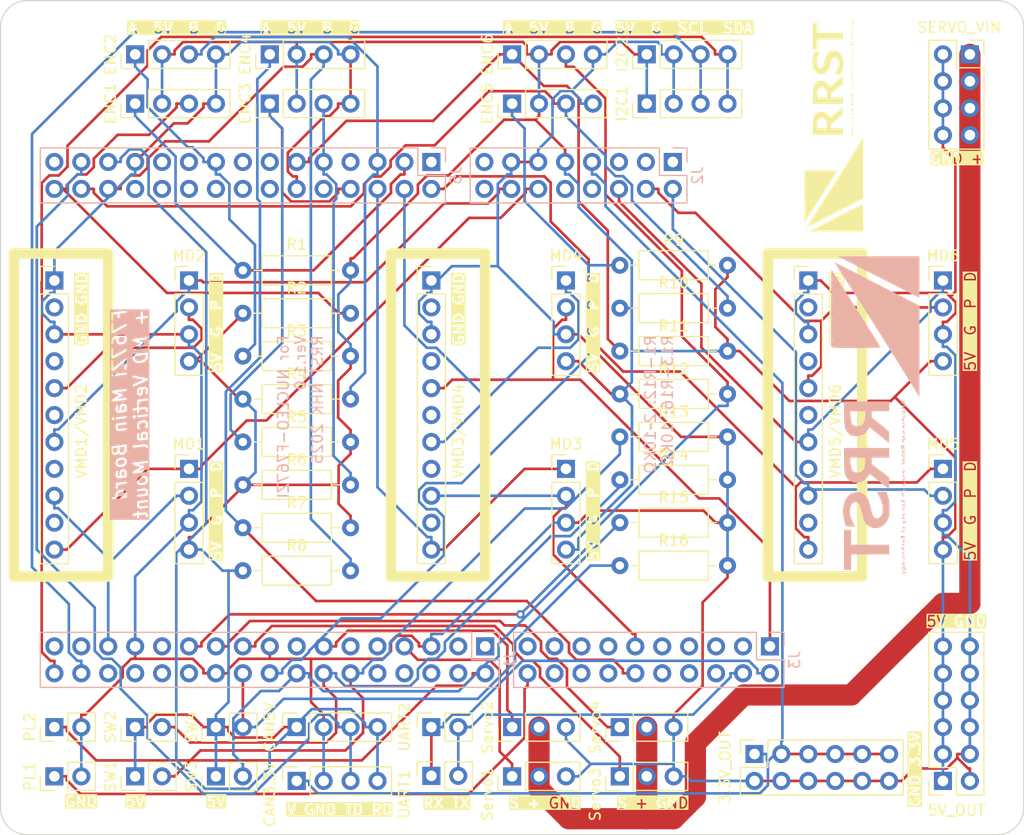
<source format=kicad_pcb>
(kicad_pcb (version 20240108) (generator "pcbnew") (generator_version "8.0")
  (layers (0 "F.Cu" signal) (31 "B.Cu" signal) (34 "B.Paste" user) (35 "F.Paste" user) (36 "B.SilkS" user "B.Silkscreen") (37 "F.SilkS" user "F.Silkscreen") (38 "B.Mask" user) (39 "F.Mask" user) (44 "Edge.Cuts" user))
  (net 0 "")
  (net 1 "GND")
  (net 2 "+3.3V")
  (net 3 "+5V")
  (net 4 "PD_1")
  (net 5 "PD_0")
  (net 6 "PC_0")
  (net 7 "PG_1")
  (net 8 "PF_2")
  (net 9 "PC_3")
  (net 10 "PF_5")
  (net 11 "PD_4")
  (net 12 "PA_6")
  (net 13 "PF_7")
  (net 14 "PF_9")
  (net 15 "PE_8")
  (net 16 "PF_10")
  (net 17 "PD_11")
  (net 18 "PB_11")
  (net 19 "PB_10")
  (net 22 "PE_7")
  (net 23 "PG_14")
  (net 24 "PD_13")
  (net 25 "PB_6")
  (net 26 "PF_13")
  (net 28 "PF_15")
  (net 33 "PD_12")
  (net 38 "PG_9")
  (net 40 "PA_0")
  (net 41 "PB_1")
  (net 46 "PC_8")
  (net 47 "PG_3")
  (net 48 "PD_2")
  (net 50 "PC_11")
  (net 51 "PG_2")
  (net 52 "PC_10")
  (net 53 "VIN")
  (net 54 "PC_12")
  (net 56 "PC_9")
  (net 59 "PB_13")
  (net 60 "PF_12")
  (net 61 "PB_8")
  (net 62 "PC_6")
  (net 64 "PC_7")
  (net 70 "PA_15")
  (net 72 "PB_9")
  (net 74 "PB_15")
  (net 75 "PB_3")
  (net 77 "PD_3")
  (net 79 "PE_3")
  (net 80 "PD_6")
  (net 82 "PE_2")
  (net 85 "PD_7")
  (net 87 "PE_4")
  (net 90 "PF_3")
  (net 91 "PD_5")
  (net 94 "PA_3")
  (net 95 "Net-(SERVO_VIN1-Pin_1)")
  (footprint "Connector_PinHeader_2.54mm:PinHeader_1x04_P2.54mm_Vertical" (layer "F.Cu") (at 91.44 87.386)
    (property "Reference" "MD2")
    (property "Value" "MD2")
  )
  (footprint "Connector_PinHeader_2.54mm:PinHeader_1x04_P2.54mm_Vertical" (layer "F.Cu") (at 162.56 105.166)
    (property "Reference" "MD5")
    (property "Value" "MD5")
  )
  (footprint "Connector_PinHeader_2.54mm:PinHeader_1x02_P2.54mm_Vertical" (layer "F.Cu") (at 93.98 129.54 90)
    (property "Reference" "SW4")
    (property "Value" "SW4")
  )
  (footprint "Connector_PinHeader_2.54mm:PinHeader_1x04_P2.54mm_Vertical" (layer "F.Cu") (at 121.92 70.69 90)
    (property "Reference" "ENC5")
    (property "Value" "ENC5")
  )
  (footprint "Connector_PinSocket_2.54mm:PinSocket_2x06_P2.54mm_Vertical" (layer "F.Cu") (at 144.78 132.08 90)
    (property "Reference" "3.3V_OUT")
    (property "Value" "3.3V_OUT")
  )
  (footprint "Resistor_THT:R_Axial_DIN0207_L6.3mm_D2.5mm_P10.16mm_Horizontal" (layer "F.Cu") (at 96.52 86.426)
    (property "Reference" "R1")
    (property "Value" "R")
  )
  (footprint "Connector_PinHeader_2.54mm:PinHeader_1x03_P2.54mm_Vertical" (layer "F.Cu") (at 121.92 134.19 90)
    (property "Reference" "Servo1")
    (property "Value" "Servo1")
  )
  (footprint "Resistor_THT:R_Axial_DIN0207_L6.3mm_D2.5mm_P10.16mm_Horizontal" (layer "F.Cu") (at 96.52 102.626)
    (property "Reference" "R5")
    (property "Value" "R")
  )
  (footprint "Connector_PinHeader_2.54mm:PinHeader_1x04_P2.54mm_Vertical" (layer "F.Cu") (at 134.62 66.04 90)
    (property "Reference" "I2C2")
    (property "Value" "I2C")
  )
  (footprint "Connector_PinHeader_2.54mm:PinHeader_1x11_P2.54mm_Vertical" (layer "F.Cu") (at 149.86 87.386)
    (property "Reference" "VMD5/VMD6")
    (property "Value" "VMD5/VMD6")
  )
  (footprint "Connector_PinHeader_2.54mm:PinHeader_1x02_P2.54mm_Vertical" (layer "F.Cu") (at 86.36 129.54 90)
    (property "Reference" "SW2")
    (property "Value" "SW2")
  )
  (footprint "Connector_PinHeader_2.54mm:PinHeader_1x03_P2.54mm_Vertical" (layer "F.Cu") (at 121.92 129.54 90)
    (property "Reference" "Servo2")
    (property "Value" "Servo2")
  )
  (footprint "Resistor_THT:R_Axial_DIN0207_L6.3mm_D2.5mm_P10.16mm_Horizontal" (layer "F.Cu") (at 132.08 106.196)
    (property "Reference" "R14")
    (property "Value" "R")
  )
  (footprint "Resistor_THT:R_Axial_DIN0207_L6.3mm_D2.5mm_P10.16mm_Horizontal" (layer "F.Cu") (at 132.08 98.096)
    (property "Reference" "R12")
    (property "Value" "R")
  )
  (footprint "Connector_PinSocket_2.54mm:PinSocket_1x02_P2.54mm_Vertical" (layer "F.Cu") (at 114.3 134.14 90)
    (property "Reference" "UART1")
    (property "Value" "UART_0")
  )
  (footprint "Connector_PinSocket_2.54mm:PinSocket_2x06_P2.54mm_Vertical" (layer "F.Cu") (at 162.56 134.62 180)
    (property "Reference" "5V_OUT")
    (property "Value" "5V_OUT")
  )
  (footprint "Connector_PinSocket_2.54mm:PinSocket_2x04_P2.54mm_Vertical" (layer "F.Cu") (at 165.1 66.04)
    (property "Reference" "SERVO_VIN")
    (property "Value" "SERVO_VIN")
  )
  (footprint "Resistor_THT:R_Axial_DIN0207_L6.3mm_D2.5mm_P10.16mm_Horizontal" (layer "F.Cu") (at 132.08 102.146)
    (property "Reference" "R13")
    (property "Value" "R")
  )
  (footprint "Resistor_THT:R_Axial_DIN0207_L6.3mm_D2.5mm_P10.16mm_Horizontal" (layer "F.Cu") (at 96.52 106.676)
    (property "Reference" "R6")
    (property "Value" "R")
  )
  (footprint "Resistor_THT:R_Axial_DIN0207_L6.3mm_D2.5mm_P10.16mm_Horizontal" (layer "F.Cu") (at 132.08 110.246)
    (property "Reference" "R15")
    (property "Value" "R")
  )
  (footprint "Connector_PinSocket_2.54mm:PinSocket_1x04_P2.54mm_Vertical" (layer "F.Cu") (at 101.6 134.62 90)
    (property "Reference" "CAN3.3V")
    (property "Value" "CAN3.3V")
  )
  (footprint "Connector_PinSocket_2.54mm:PinSocket_1x04_P2.54mm_Vertical" (layer "F.Cu") (at 101.6 129.54 90)
    (property "Reference" "CAN5V")
    (property "Value" "CAN5V")
  )
  (footprint "Connector_PinHeader_2.54mm:PinHeader_1x11_P2.54mm_Vertical" (layer "F.Cu") (at 114.3 87.386)
    (property "Reference" "VMD3/VMD4")
    (property "Value" "VMD3/VMD4")
  )
  (footprint "Connector_PinHeader_2.54mm:PinHeader_1x04_P2.54mm_Vertical" (layer "F.Cu") (at 86.36 66.04 90)
    (property "Reference" "ENC2")
    (property "Value" "ENC2")
  )
  (footprint "Resistor_THT:R_Axial_DIN0207_L6.3mm_D2.5mm_P10.16mm_Horizontal" (layer "F.Cu") (at 132.08 85.946)
    (property "Reference" "R9")
    (property "Value" "R")
  )
  (footprint "Resistor_THT:R_Axial_DIN0207_L6.3mm_D2.5mm_P10.16mm_Horizontal" (layer "F.Cu") (at 96.52 114.776)
    (property "Reference" "R8")
    (property "Value" "R")
  )
  (footprint "Connector_PinHeader_2.54mm:PinHeader_1x04_P2.54mm_Vertical" (layer "F.Cu") (at 121.92 66.04 90)
    (property "Reference" "ENC6")
    (property "Value" "ENC6")
  )
  (footprint "Resistor_THT:R_Axial_DIN0207_L6.3mm_D2.5mm_P10.16mm_Horizontal" (layer "F.Cu") (at 96.52 98.576)
    (property "Reference" "R4")
    (property "Value" "R")
  )
  (footprint "Connector_PinHeader_2.54mm:PinHeader_1x04_P2.54mm_Vertical" (layer "F.Cu") (at 99.06 70.69 90)
    (property "Reference" "ENC3")
    (property "Value" "ENC3")
  )
  (footprint "Connector_PinHeader_2.54mm:PinHeader_1x04_P2.54mm_Vertical" (layer "F.Cu") (at 127 105.166)
    (property "Reference" "MD3")
    (property "Value" "MD3")
  )
  (footprint "Connector_PinHeader_2.54mm:PinHeader_1x04_P2.54mm_Vertical" (layer "F.Cu") (at 162.56 87.386)
    (property "Reference" "MD6")
    (property "Value" "MD6")
  )
  (footprint "Connector_PinHeader_2.54mm:PinHeader_1x04_P2.54mm_Vertical" (layer "F.Cu") (at 134.62 70.69 90)
    (property "Reference" "I2C1")
    (property "Value" "I2C")
  )
  (footprint "Connector_PinHeader_2.54mm:PinHeader_1x04_P2.54mm_Vertical" (layer "F.Cu") (at 91.44 105.166)
    (property "Reference" "MD1")
    (property "Value" "MD1")
  )
  (footprint "Resistor_THT:R_Axial_DIN0207_L6.3mm_D2.5mm_P10.16mm_Horizontal" (layer "F.Cu") (at 132.08 114.296)
    (property "Reference" "R16")
    (property "Value" "R")
  )
  (footprint "Resistor_THT:R_Axial_DIN0207_L6.3mm_D2.5mm_P10.16mm_Horizontal" (layer "F.Cu") (at 132.08 89.996)
    (property "Reference" "R10")
    (property "Value" "R")
  )
  (footprint "Resistor_THT:R_Axial_DIN0207_L6.3mm_D2.5mm_P10.16mm_Horizontal" (layer "F.Cu") (at 96.52 94.526)
    (property "Reference" "R3")
    (property "Value" "R")
  )
  (footprint "Connector_PinHeader_2.54mm:PinHeader_1x02_P2.54mm_Vertical" (layer "F.Cu") (at 93.98 134.19 90)
    (property "Reference" "SW3")
    (property "Value" "SW3")
  )
  (footprint "LOGO" (layer "F.Cu") (at 152.273 72.781 90)
    (property "Reference" "G***" (hide yes))
    (property "Value" "LOGO" (hide yes))
  )
  (footprint "Connector_PinHeader_2.54mm:PinHeader_1x04_P2.54mm_Vertical" (layer "F.Cu") (at 86.36 70.69 90)
    (property "Reference" "ENC1")
    (property "Value" "ENC1")
  )
  (footprint "Connector_PinHeader_2.54mm:PinHeader_1x03_P2.54mm_Vertical" (layer "F.Cu") (at 132.08 129.54 90)
    (property "Reference" "Servo4")
    (property "Value" "Servo4")
  )
  (footprint "Connector_PinHeader_2.54mm:PinHeader_1x03_P2.54mm_Vertical" (layer "F.Cu") (at 132.08 134.19 90)
    (property "Reference" "Servo3")
    (property "Value" "Servo3")
  )
  (footprint "Connector_PinHeader_2.54mm:PinHeader_1x02_P2.54mm_Vertical" (layer "F.Cu") (at 78.74 134.19 90)
    (property "Reference" "PL1")
    (property "Value" "PL1")
  )
  (footprint "Connector_PinHeader_2.54mm:PinHeader_1x02_P2.54mm_Vertical" (layer "F.Cu") (at 86.36 134.19 90)
    (property "Reference" "SW1")
    (property "Value" "SW1")
  )
  (footprint "Resistor_THT:R_Axial_DIN0207_L6.3mm_D2.5mm_P10.16mm_Horizontal" (layer "F.Cu") (at 96.52 90.476)
    (property "Reference" "R2")
    (property "Value" "R")
  )
  (footprint "Connector_PinHeader_2.54mm:PinHeader_1x11_P2.54mm_Vertical" (layer "F.Cu") (at 78.74 87.386)
    (property "Reference" "VMD1/VMD2")
    (property "Value" "VMD1/VMD2")
  )
  (footprint "Connector_PinHeader_2.54mm:PinHeader_1x02_P2.54mm_Vertical" (layer "F.Cu") (at 78.74 129.54 90)
    (property "Reference" "PL2")
    (property "Value" "PL2")
  )
  (footprint "Connector_PinSocket_2.54mm:PinSocket_1x02_P2.54mm_Vertical" (layer "F.Cu") (at 114.3 129.54 90)
    (property "Reference" "UART2")
    (property "Value" "UART_1")
  )
  (footprint "Connector_PinHeader_2.54mm:PinHeader_1x04_P2.54mm_Vertical" (layer "F.Cu") (at 99.06 66.04 90)
    (property "Reference" "ENC4")
    (property "Value" "ENC4")
  )
  (footprint "Resistor_THT:R_Axial_DIN0207_L6.3mm_D2.5mm_P10.16mm_Horizontal" (layer "F.Cu") (at 96.52 110.726)
    (property "Reference" "R7")
    (property "Value" "R")
  )
  (footprint "Connector_PinHeader_2.54mm:PinHeader_1x04_P2.54mm_Vertical" (layer "F.Cu") (at 127 87.386)
    (property "Reference" "MD4")
    (property "Value" "MD4")
  )
  (footprint "Resistor_THT:R_Axial_DIN0207_L6.3mm_D2.5mm_P10.16mm_Horizontal" (layer "F.Cu") (at 132.08 94.046)
    (property "Reference" "R11")
    (property "Value" "R")
  )
  (footprint "LOGO" (layer "B.Cu") (at 156.21 100.086 -90)
    (property "Reference" "G***1" (hide yes))
    (property "Value" "LOGO" (hide yes))
  )
  (footprint "Connector_PinHeader_2.54mm:PinHeader_2x10_P2.54mm_Vertical" (layer "B.Cu") (at 146.24 125.3 90)
    (property "Reference" "J3")
    (property "Value" "Conn_02x10_Odd_Even")
  )
  (footprint "Connector_PinHeader_2.54mm:PinHeader_2x17_P2.54mm_Vertical" (layer "B.Cu") (at 119.38 125.3 90)
    (property "Reference" "J1")
    (property "Value" "Conn_02x17_Odd_Even")
  )
  (footprint "Connector_PinHeader_2.54mm:PinHeader_2x08_P2.54mm_Vertical" (layer "B.Cu") (at 137.08 79.58 90)
    (property "Reference" "J2")
    (property "Value" "Conn_02x08_Odd_Even")
  )
  (footprint "Connector_PinHeader_2.54mm:PinHeader_2x15_P2.54mm_Vertical" (layer "B.Cu") (at 114.3 79.58 90)
    (property "Reference" "J5")
    (property "Value" "Conn_02x15_Odd_Even")
  )
  (gr_rect (start 74.93 84.846) (end 83.82 115.326) (stroke (width 1)) (fill none) (layer "F.SilkS"))
  (gr_rect (start 110.49 84.846) (end 119.38 115.326) (stroke (width 1)) (fill none) (layer "F.SilkS"))
  (gr_rect (start 146.05 84.846) (end 154.94 115.326) (stroke (width 1)) (fill none) (layer "F.SilkS"))
  (gr_arc (start 76.2 139.7) (mid 74.403949 138.956051) (end 73.66 137.16) (stroke (width 0.1)) (layer "Edge.Cuts"))
  (gr_line (start 73.66 137.16) (end 73.66 63.5) (stroke (width 0.1)) (layer "Edge.Cuts"))
  (gr_line (start 167.64 60.96) (end 76.2 60.96) (stroke (width 0.1)) (layer "Edge.Cuts"))
  (gr_arc (start 167.64 60.96) (mid 169.436051 61.703949) (end 170.18 63.5) (stroke (width 0.1)) (layer "Edge.Cuts"))
  (gr_arc (start 73.66 63.5) (mid 74.403949 61.703949) (end 76.2 60.96) (stroke (width 0.1)) (layer "Edge.Cuts"))
  (gr_line (start 170.18 63.5) (end 170.18 137.16) (stroke (width 0.1)) (layer "Edge.Cuts"))
  (gr_arc (start 170.18 137.16) (mid 169.436051 138.956051) (end 167.64 139.7) (stroke (width 0.1)) (layer "Edge.Cuts"))
  (gr_line (start 167.64 139.7) (end 76.2 139.7) (stroke (width 0.1)) (layer "Edge.Cuts"))
  (gr_text "R1-R12: 2~10KΩ\nR13-R16: 10KΩ" (at 137.16 92.466 90) (layer "B.SilkS") (effects (font (size 1 1)) (justify left bottom mirror)))
  (gr_text "For NUCLEO-F767ZI \nVer.1.0\nRRST NHK 2025" (at 104.14 92.466 90) (layer "B.SilkS") (effects (font (size 1 1)) (justify left bottom mirror)))
  (gr_text "F767ZI Main Board\n+ MD Vertical Mount" (at 87.63 89.926 90) (layer "B.SilkS" knockout) (effects (font (size 1.25 1.25) (thickness 0.2) (bold yes) (italic yes)) (justify left bottom mirror)))
  (gr_text "A  5V  B  G" (at 85.598 64.145 0) (layer "F.SilkS" knockout) (effects (font (size 1 1)) (justify left bottom)))
  (gr_text "5V" (at 85.344 137.17 0) (layer "F.SilkS" knockout) (effects (font (size 1 1)) (justify left bottom)))
  (gr_text "GND" (at 79.629 137.17 0) (layer "F.SilkS" knockout) (effects (font (size 1 1)) (justify left bottom)))
  (gr_text "5V  G  P  D" (at 130.175 96.149 90) (layer "F.SilkS" knockout) (effects (font (size 1 1)) (justify left bottom)))
  (gr_text "RX TX" (at 113.411 137.297 0) (layer "F.SilkS" knockout) (effects (font (size 1 1)) (justify left bottom)))
  (gr_text "GND 3.3V" (at 160.528 137.17 90) (layer "F.SilkS" knockout) (effects (font (size 1 1)) (justify left bottom)))
  (gr_text "A  5V  B  G" (at 98.171 64.145 0) (layer "F.SilkS" knockout) (effects (font (size 1 1)) (justify left bottom)))
  (gr_text "5V  G  P  D" (at 94.615 113.929 90) (layer "F.SilkS" knockout) (effects (font (size 1 1)) (justify left bottom)))
  (gr_text "GND GND\n" (at 153.162 93.609 90) (layer "F.SilkS" knockout) (effects (font (size 1 1)) (justify left bottom)))
  (gr_text "GND GND\n" (at 81.915 93.609 90) (layer "F.SilkS" knockout) (effects (font (size 1 1)) (justify left bottom)))
  (gr_text "S + GND" (at 131.699 137.297 0) (layer "F.SilkS" knockout) (effects (font (size 1 1)) (justify left bottom)))
  (gr_text "A  5V  B  G" (at 121.031 64.145 0) (layer "F.SilkS" knockout) (effects (font (size 1 1)) (justify left bottom)))
  (gr_text "GND GND\n" (at 117.475 93.609 90) (layer "F.SilkS" knockout) (effects (font (size 1 1)) (justify left bottom)))
  (gr_text "5V  G  P  D" (at 94.615 96.149 90) (layer "F.SilkS" knockout) (effects (font (size 1 1)) (justify left bottom)))
  (gr_text "5V  G  P  D" (at 165.735 96.022 90) (layer "F.SilkS" knockout) (effects (font (size 1 1)) (justify left bottom)))
  (gr_text "V GND TD RD" (at 100.584 137.932 0) (layer "F.SilkS" knockout) (effects (font (size 1 1)) (justify left bottom)))
  (gr_text "5V  G  SCL  SDA" (at 131.572 64.145 0) (layer "F.SilkS" knockout) (effects (font (size 1 1)) (justify left bottom)))
  (gr_text "S + GND" (at 121.539 137.297 0) (layer "F.SilkS" knockout) (effects (font (size 1 1)) (justify left bottom)))
  (gr_text "GND +" (at 161.29 76.464 0) (layer "F.SilkS" knockout) (effects (font (size 1 1)) (justify left bottom)))
  (gr_text "5V  G  P  D" (at 130.175 113.929 90) (layer "F.SilkS" knockout) (effects (font (size 1 1)) (justify left bottom)))
  (gr_text "5V" (at 92.964 137.17 0) (layer "F.SilkS" knockout) (effects (font (size 1 1)) (justify left bottom)))
  (gr_text "5V GND" (at 160.909 120.152 0) (layer "F.SilkS" knockout) (effects (font (size 1 1)) (justify left bottom)))
  (gr_text "5V  G  P  D" (at 165.735 113.929 90) (layer "F.SilkS" knockout) (effects (font (size 1 1)) (justify left bottom)))
  (segment (start 137.16 129.54) (end 137.16 128.3649) (width 0.25) (layer "F.Cu") (net 1))
  (segment (start 113.1249 121.6112) (end 112.4346 120.9209) (width 0.25) (layer "F.Cu") (net 1))
  (segment (start 162.9252 91.2909) (end 162.56 91.2909) (width 0.25) (layer "F.Cu") (net 1))
  (segment (start 149.86 134.62) (end 152.4 134.62) (width 0.25) (layer "F.Cu") (net 1))
  (segment (start 152.2102 88.5611) (end 162.8951 88.5611) (width 0.25) (layer "F.Cu") (net 1))
  (segment (start 114.3 121.92) (end 113.1249 121.92) (width 0.25) (layer "F.Cu") (net 1))
  (segment (start 101.2347 77.5649) (end 101.6 77.5649) (width 0.25) (layer "F.Cu") (net 1))
  (segment (start 85.1849 123.9029) (end 85.1849 124.8252) (width 0.25) (layer "F.Cu") (net 1))
  (segment (start 104.14 128.3649) (end 102.9494 127.1743) (width 0.25) (layer "F.Cu") (net 1))
  (segment (start 163.2582 88.9241) (end 163.7748 89.4408) (width 0.25) (layer "F.Cu") (net 1))
  (segment (start 147.32 134.62) (end 149.86 134.62) (width 0.25) (layer "F.Cu") (net 1))
  (segment (start 104.14 129.54) (end 104.14 128.3649) (width 0.25) (layer "F.Cu") (net 1))
  (segment (start 141.1149 102.146) (end 137.8551 102.146) (width 0.25) (layer "F.Cu") (net 1))
  (segment (start 162.8951 88.5611) (end 163.2582 88.9241) (width 0.25) (layer "F.Cu") (net 1))
  (segment (start 139.89 117.7711) (end 142.24 115.4211) (width 0.25) (layer "F.Cu") (net 1))
  (segment (start 95.1551 124.0947) (end 95.1551 124.46) (width 0.25) (layer "F.Cu") (net 1))
  (segment (start 105.5049 70.69) (end 105.5049 71.0573) (width 0.25) (layer "F.Cu") (net 1))
  (segment (start 93.98 70.69) (end 92.8049 70.69) (width 0.25) (layer "F.Cu") (net 1))
  (segment (start 90.0048 72.5552) (end 91.3049 72.5552) (width 0.25) (layer "F.Cu") (net 1))
  (segment (start 106.68 70.69) (end 105.5049 70.69) (width 0.25) (layer "F.Cu") (net 1))
  (segment (start 163.7352 76.0103) (end 163.7352 88.4471) (width 0.25) (layer "F.Cu") (net 1))
  (segment (start 91.3049 72.5552) (end 92.8049 71.0552) (width 0.25) (layer "F.Cu") (net 1))
  (segment (start 165.1 132.08) (end 163.9249 132.08) (width 0.25) (layer "F.Cu") (net 1))
  (segment (start 154.94 134.62) (end 157.48 134.62) (width 0.25) (layer "F.Cu") (net 1))
  (segment (start 163.7748 90.4413) (end 162.9252 91.2909) (width 0.25) (layer "F.Cu") (net 1))
  (segment (start 99.06 123.0951) (end 96.1547 123.0951) (width 0.25) (layer "F.Cu") (net 1))
  (segment (start 110.49 122.3752) (end 109.7701 123.0951) (width 0.25) (layer "F.Cu") (net 1))
  (segment (start 93.98 124.46) (end 95.1551 124.46) (width 0.25) (layer "F.Cu") (net 1))
  (segment (start 99.06 121.92) (end 99.06 123.0951) (width 0.25) (layer "F.Cu") (net 1))
  (segment (start 112.4346 120.9209) (end 111.0185 120.9209) (width 0.25) (layer "F.Cu") (net 1))
  (segment (start 164.9246 133.4449) (end 165.1 133.4449) (width 0.25) (layer "F.Cu") (net 1))
  (segment (start 105.5049 71.0573) (end 104.6971 71.8651) (width 0.25) (layer "F.Cu") (net 1))
  (segment (start 85.1849 124.8252) (end 81.6452 128.3649) (width 0.25) (layer "F.Cu") (net 1))
  (segment (start 129.3142 109.1069) (end 139.9758 109.1069) (width 0.25) (layer "F.Cu") (net 1))
  (segment (start 93.98 124.46) (end 92.8049 124.46) (width 0.25) (layer "F.Cu") (net 1))
  (segment (start 102.9494 127.1743) (end 102.9494 123.0951) (width 0.25) (layer "F.Cu") (net 1))
  (segment (start 128.1751 110.246) (end 129.3142 109.1069) (width 0.25) (layer "F.Cu") (net 1))
  (segment (start 127 110.246) (end 128.1751 110.246) (width 0.25) (layer "F.Cu") (net 1))
  (segment (start 142.24 102.146) (end 141.1149 102.146) (width 0.25) (layer "F.Cu") (net 1))
  (segment (start 91.8052 123.0951) (end 92.8049 124.0948) (width 0.25) (layer "F.Cu") (net 1))
  (segment (start 113.1249 121.92) (end 113.1249 121.6112) (width 0.25) (layer "F.Cu") (net 1))
  (segment (start 86.36 123.0951) (end 85.9927 123.0951) (width 0.25) (layer "F.Cu") (net 1))
  (segment (start 137.8551 102.146) (end 128.1751 92.466) (width 0.25) (layer "F.Cu") (net 1))
  (segment (start 92.8049 124.0948) (end 92.8049 124.46) (width 0.25) (layer "F.Cu") (net 1))
  (segment (start 137.16 128.3649) (end 139.89 125.6349) (width 0.25) (layer "F.Cu") (net 1))
  (segment (start 104.6971 71.8651) (end 104.2222 71.8651) (width 0.25) (layer "F.Cu") (net 1))
  (segment (start 157.48 134.62) (end 158.6551 134.62) (width 0.25) (layer "F.Cu") (net 1))
  (segment (start 151.0351 87.386) (end 152.2102 88.5611) (width 0.25) (layer "F.Cu") (net 1))
  (segment (start 81.6452 128.3649) (end 81.28 128.3649) (width 0.25) (layer "F.Cu") (net 1))
  (segment (start 109.7701 123.0951) (end 102.9494 123.0951) (width 0.25) (layer "F.Cu") (net 1))
  (segment (start 100.7612 75.3261) (end 100.7612 77.0914) (width 0.25) (layer "F.Cu") (net 1))
  (segment (start 163.7748 89.4408) (end 163.7748 90.4413) (width 0.25) (layer "F.Cu") (net 1))
  (segment (start 86.36 121.92) (end 86.36 122.9825) (width 0.25) (layer "F.Cu") (net 1))
  (segment (start 86.36 76.2) (end 90.0048 72.5552) (width 0.25) (layer "F.Cu") (net 1))
  (segment (start 158.6551 134.62) (end 159.8302 133.4449) (width 0.25) (layer "F.Cu") (net 1))
  (segment (start 85.9927 123.0951) (end 85.1849 123.9029) (width 0.25) (layer "F.Cu") (net 1))
  (segment (start 92.8049 71.0552) (end 92.8049 70.69) (width 0.25) (layer "F.Cu") (net 1))
  (segment (start 142.24 110.246) (end 141.1149 110.246) (width 0.25) (layer "F.Cu") (net 1))
  (segment (start 127 92.466) (end 128.1751 92.466) (width 0.25) (layer "F.Cu") (net 1))
  (segment (start 163.7352 88.4471) (end 163.2582 88.9241) (width 0.25) (layer "F.Cu") (net 1))
  (segment (start 165.1 134.62) (end 165.1 133.4449) (width 0.25) (layer "F.Cu") (net 1))
  (segment (start 111.0185 120.9209) (end 110.49 121.4494) (width 0.25) (layer "F.Cu") (net 1))
  (segment (start 81.28 129.54) (end 81.28 128.3649) (width 0.25) (layer "F.Cu") (net 1))
  (segment (start 139.89 125.6349) (end 139.89 117.7711) (width 0.25) (layer "F.Cu") (net 1))
  (segment (start 149.86 87.386) (end 151.0351 87.386) (width 0.25) (layer "F.Cu") (net 1))
  (segment (start 163.9249 132.4452) (end 164.9246 133.4449) (width 0.25) (layer "F.Cu") (net 1))
  (segment (start 139.9758 109.1069) (end 141.1149 110.246) (width 0.25) (layer "F.Cu") (net 1))
  (segment (start 100.7612 77.0914) (end 101.2347 77.5649) (width 0.25) (layer "F.Cu") (net 1))
  (segment (start 86.36 123.0951) (end 91.8052 123.0951) (width 0.25) (layer "F.Cu") (net 1))
  (segment (start 162.56 74.8351) (end 163.7352 76.0103) (width 0.25) (layer "F.Cu") (net 1))
  (segment (start 106.68 66.04) (end 106.68 70.69) (width 0.25) (layer "F.Cu") (net 1))
  (segment (start 142.24 114.296) (end 142.24 115.4211) (width 0.25) (layer "F.Cu") (net 1))
  (segment (start 91.44 92.466) (end 78.74 92.466) (width 0.25) (layer "F.Cu") (net 1))
  (segment (start 163.9249 132.4452) (end 163.9249 132.08) (width 0.25) (layer "F.Cu") (net 1))
  (segment (start 101.6 78.74) (end 101.6 77.5649) (width 0.25) (layer "F.Cu") (net 1))
  (segment (start 110.49 121.4494) (end 110.49 122.3752) (width 0.25) (layer "F.Cu") (net 1))
  (segment (start 162.56 73.66) (end 162.56 74.8351) (width 0.25) (layer "F.Cu") (net 1))
  (segment (start 152.4 134.62) (end 154.94 134.62) (width 0.25) (layer "F.Cu") (net 1))
  (segment (start 86.36 122.9825) (end 86.36 123.0951) (width 0.25) (layer "F.Cu") (net 1))
  (segment (start 102.9494 123.0951) (end 99.06 123.0951) (width 0.25) (layer "F.Cu") (net 1))
  (segment (start 121.84 76.2) (end 124.38 76.2) (width 0.25) (layer "F.Cu") (net 1))
  (segment (start 162.9252 133.4449) (end 163.9249 132.4452) (width 0.25) (layer "F.Cu") (net 1))
  (segment (start 144.78 134.62) (end 147.32 134.62) (width 0.25) (layer "F.Cu") (net 1))
  (segment (start 159.8302 133.4449) (end 162.9252 133.4449) (width 0.25) (layer "F.Cu") (net 1))
  (segment (start 96.1547 123.0951) (end 95.1551 124.0947) (width 0.25) (layer "F.Cu") (net 1))
  (segment (start 104.2222 71.8651) (end 100.7612 75.3261) (width 0.25) (layer "F.Cu") (net 1))
  (segment (start 162.56 92.466) (end 162.56 91.2909) (width 0.25) (layer "F.Cu") (net 1))
  (segment (start 163.7352 108.2609) (end 162.9252 109.0709) (width 0.25) (layer "B.Cu") (net 1))
  (segment (start 121.84 76.2) (end 121.84 77.3751) (width 0.25) (layer "B.Cu") (net 1))
  (segment (start 106.68 66.04) (end 105.5049 66.04) (width 0.25) (layer "B.Cu") (net 1))
  (segment (start 163.7352 94.4491) (end 163.7352 108.2609) (width 0.25) (layer "B.Cu") (net 1))
  (segment (start 85.9947 77.3751) (end 86.36 77.3751) (width 0.25) (layer "B.Cu") (net 1))
  (segment (start 165.1 113.5959) (end 162.9252 111.4211) (width 0.25) (layer "B.Cu") (net 1))
  (segment (start 78.74 91.2909) (end 78.3728 91.2909) (width 0.25) (layer "B.Cu") (net 1))
  (segment (start 129.325 133.0401) (end 127 130.7151) (width 0.25) (layer "B.Cu") (net 1))
  (segment (start 129.3563 133.0088) (end 129.325 133.0401) (width 0.25) (layer "B.Cu") (net 1))
  (segment (start 113.1249 89.3689) (end 113.9327 88.5611) (width 0.25) (layer "B.Cu") (net 1))
  (segment (start 162.9252 111.4211) (end 162.56 111.4211) (width 0.25) (layer "B.Cu") (net 1))
  (segment (start 125.73 70.2694) (end 126.51 69.4894) (width 0.25) (layer "B.Cu") (net 1))
  (segment (start 127 129.54) (end 127 130.7151) (width 0.25) (layer "B.Cu") (net 1))
  (segment (start 77.5649 89.3689) (end 78.3727 88.5611) (width 0.25) (layer "B.Cu") (net 1))
  (segment (start 137.16 133.0088) (end 129.3563 133.0088) (width 0.25) (layer "B.Cu") (net 1))
  (segment (start 165.1 124.46) (end 165.1 127) (width 0.25) (layer "B.Cu") (net 1))
  (segment (start 162.9252 109.0709) (end 162.56 109.0709) (width 0.25) (layer "B.Cu") (net 1))
  (segment (start 93.98 66.04) (end 93.98 70.69) (width 0.25) (layer "B.Cu") (net 1))
  (segment (start 92.6154 108.2627) (end 92.6154 94.4513) (width 0.25) (layer "B.Cu") (net 1))
  (segment (start 162.56 71.12) (end 162.56 73.66) (width 0.25) (layer "B.Cu") (net 1))
  (segment (start 165.1 127) (end 165.1 129.54) (width 0.25) (layer "B.Cu") (net 1))
  (segment (start 120.57 86.036) (end 120.57 78.2798) (width 0.25) (layer "B.Cu") (net 1))
  (segment (start 124.38 75.0249) (end 125.73 73.6749) (width 0.25) (layer "B.Cu") (net 1))
  (segment (start 86.36 76.2) (end 86.36 77.3751) (width 0.25) (layer "B.Cu") (net 1))
  (segment (start 162.9272 93.6411) (end 163.7352 94.4491) (width 0.25) (layer "B.Cu") (net 1))
  (segment (start 148.6849 90.483) (end 148.6849 89.3689) (width 0.25) (layer "B.Cu") (net 1))
  (segment (start 77.5649 90.483) (end 77.5649 89.3689) (width 0.25) (layer "B.Cu") (net 1))
  (segment (start 91.8072 109.0709) (end 92.6154 108.2627) (width 0.25) (layer "B.Cu") (net 1))
  (segment (start 113.9328 91.2909) (end 113.1249 90.483) (width 0.25) (layer "B.Cu") (net 1))
  (segment (start 114.3 91.2909) (end 113.9328 91.2909) (width 0.25) (layer "B.Cu") (net 1))
  (segment (start 149.4928 91.2909) (end 148.6849 90.483) (width 0.25) (layer "B.Cu") (net 1))
  (segment (start 91.8052 93.6411) (end 91.44 93.6411) (width 0.25) (layer "B.Cu") (net 1))
  (segment (start 95.1551 66.04) (end 96.3372 64.8579) (width 0.25) (layer "B.Cu") (net 1))
  (segment (start 137.16 129.54) (end 137.16 133.0088) (width 0.25) (layer "B.Cu") (net 1))
  (segment (start 91.44 92.466) (end 91.44 93.6411) (width 0.25) (layer "B.Cu") (net 1))
  (segment (start 104.14 134.62) (end 104.14 129.54) (width 0.25) (layer "B.Cu") (net 1))
  (segment (start 127.5295 69.4894) (end 128.3649 70.3248) (width 0.25) (layer "B.Cu") (net 1))
  (segment (start 78.74 87.386) (end 78.74 88.5611) (width 0.25) (layer "B.Cu") (net 1))
  (segment (start 125.8249 92.466) (end 125.8249 91.2909) (width 0.25) (layer "B.Cu") (net 1))
  (segment (start 138.7651 134.62) (end 138.3351 134.19) (width 0.25) (layer "B.Cu") (net 1))
  (segment (start 129.54 67.4789) (end 127.5295 69.4894) (width 0.25) (layer "B.Cu") (net 1))
  (segment (start 115.326 120.7449) (end 114.3 120.7449) (width 0.25) (layer "B.Cu") (net 1))
  (segment (start 91.44 110.246) (end 91.44 109.0709) (width 0.25) (layer "B.Cu") (net 1))
  (segment (start 78.3728 91.2909) (end 77.5649 90.483) (width 0.25) (layer "B.Cu") (net 1))
  (segment (start 81.28 134.19) (end 81.28 129.54) (width 0.25) (layer "B.Cu") (net 1))
  (segment (start 78.74 84.6298) (end 85.9947 77.3751) (width 0.25) (layer "B.Cu") (net 1))
  (segment (start 162.56 71.12) (end 162.56 68.58) (width 0.25) (layer "B.Cu") (net 1))
  (segment (start 113.9327 88.5611) (end 114.3 88.5611) (width 0.25) (layer "B.Cu") (net 1))
  (segment (start 165.1 132.08) (end 165.1 129.54) (width 0.25) (layer "B.Cu") (net 1))
  (segment (start 165.1 121.92) (end 165.1 113.5959) (width 0.25) (layer "B.Cu") (net 1))
  (segment (start 129.54 70.69) (end 128.3649 70.69) (width 0.25) (layer "B.Cu") (net 1))
  (segment (start 135.9849 65.209) (end 135.9849 66.04) (width 0.25) (layer "B.Cu") (net 1))
  (segment (start 86.36 121.92) (end 86.36 115.326) (width 0.25) (layer "B.Cu") (net 1))
  (segment (start 114.3 87.9735) (end 114.3 88.5611) (width 0.25) (layer "B.Cu") (net 1))
  (segment (start 149.86 92.466) (end 149.86 91.2909) (width 0.25) (layer "B.Cu") (net 1))
  (segment (start 125.8249 91.2909) (end 120.57 86.036) (width 0.25) (layer "B.Cu") (net 1))
  (segment (start 125.8249 110.246) (end 115.326 120.7449) (width 0.25) (layer "B.Cu") (net 1))
  (segment (start 128.3649 70.3248) (end 128.3649 70.69) (width 0.25) (layer "B.Cu") (net 1))
  (segment (start 129.54 66.04) (end 130.7151 66.04) (width 0.25) (layer "B.Cu") (net 1))
  (segment (start 142.24 106.196) (end 142.24 110.246) (width 0.25) (layer "B.Cu") (net 1))
  (segment (start 125.73 73.6749) (end 125.73 70.2694) (width 0.25) (layer "B.Cu") (net 1))
  (segment (start 162.56 110.246) (end 162.56 109.0709) (width 0.25) (layer "B.Cu") (net 1))
  (segment (start 149.86 91.2909) (end 149.4928 91.2909) (width 0.25) (layer "B.Cu") (net 1))
  (segment (start 149.86 87.386) (end 149.86 88.5611) (width 0.25) (layer "B.Cu") (net 1))
  (segment (start 124.38 76.2) (end 124.38 75.0249) (width 0.25) (layer "B.Cu") (net 1))
  (segment (start 162.56 68.58) (end 162.56 66.04) (width 0.25) (layer "B.Cu") (net 1))
  (segment (start 162.56 110.246) (end 162.56 111.4211) (width 0.25) (layer "B.Cu") (net 1))
  (segment (start 86.36 115.326) (end 91.44 110.246) (width 0.25) (layer "B.Cu") (net 1))
  (segment (start 137.16 133.0088) (end 137.16 134.19) (width 0.25) (layer "B.Cu") (net 1))
  (segment (start 129.54 66.04) (end 129.54 67.4789) (width 0.25) (layer "B.Cu") (net 1))
  (segment (start 91.44 109.0709) (end 91.8072 109.0709) (width 0.25) (layer "B.Cu") (net 1))
  (segment (start 149.4927 88.5611) (end 149.86 88.5611) (width 0.25) (layer "B.Cu") (net 1))
  (segment (start 137.16 66.04) (end 135.9849 66.04) (width 0.25) (layer "B.Cu") (net 1))
  (segment (start 131.8903 64.8648) (end 135.6407 64.8648) (width 0.25) (layer "B.Cu") (net 1))
  (segment (start 92.6154 94.4513) (end 91.8052 93.6411) (width 0.25) (layer "B.Cu") (net 1))
  (segment (start 127 110.246) (end 125.8249 110.246) (width 0.25) (layer "B.Cu") (net 1))
  (segment (start 105.5049 65.6748) (end 105.5049 66.04) (width 0.25) (layer "B.Cu") (net 1))
  (segment (start 126.51 69.4894) (end 127.5295 69.4894) (width 0.25) (layer "B.Cu") (net 1))
  (segment (start 114.3 92.466) (end 114.3 91.2909) (width 0.25) (layer "B.Cu") (net 1))
  (segment (start 114.3 121.92) (end 114.3 120.7449) (width 0.25) (layer "B.Cu") (net 1))
  (segment (start 104.688 64.8579) (end 105.5049 65.6748) (width 0.25) (layer "B.Cu") (net 1))
  (segment (start 127 92.466) (end 125.8249 92.466) (width 0.25) (layer "B.Cu") (net 1))
  (segment (start 113.1249 90.483) (end 113.1249 89.3689) (width 0.25) (layer "B.Cu") (net 1))
  (segment (start 78.3727 88.5611) (end 78.74 88.5611) (width 0.25) (layer "B.Cu") (net 1))
  (segment (start 114.3 87.9735) (end 116.2375 86.036) (width 0.25) (layer "B.Cu") (net 1))
  (segment (start 135.6407 64.8648) (end 135.9849 65.209) (width 0.25) (layer "B.Cu") (net 1))
  (segment (start 114.3 87.386) (end 114.3 87.9735) (width 0.25) (layer "B.Cu") (net 1))
  (segment (start 78.74 92.466) (end 78.74 91.2909) (width 0.25) (layer "B.Cu") (net 1))
  (segment (start 96.3372 64.8579) (end 104.688 64.8579) (width 0.25) (layer "B.Cu") (net 1))
  (segment (start 121.4747 77.3751) (end 121.84 77.3751) (width 0.25) (layer "B.Cu") (net 1))
  (segment (start 137.16 134.19) (end 138.3351 134.19) (width 0.25) (layer "B.Cu") (net 1))
  (segment (start 120.57 78.2798) (end 121.4747 77.3751) (width 0.25) (layer "B.Cu") (net 1))
  (segment (start 130.7151 66.04) (end 131.8903 64.8648) (width 0.25) (layer "B.Cu") (net 1))
  (segment (start 162.56 93.6411) (end 162.9272 93.6411) (width 0.25) (layer "B.Cu") (net 1))
  (segment (start 93.98 66.04) (end 95.1551 66.04) (width 0.25) (layer "B.Cu") (net 1))
  (segment (start 142.24 102.146) (end 142.24 106.196) (width 0.25) (layer "B.Cu") (net 1))
  (segment (start 165.1 124.46) (end 165.1 121.92) (width 0.25) (layer "B.Cu") (net 1))
  (segment (start 129.325 133.0401) (end 128.1751 134.19) (width 0.25) (layer "B.Cu") (net 1))
  (segment (start 137.16 66.04) (end 137.16 70.69) (width 0.25) (layer "B.Cu") (net 1))
  (segment (start 78.74 87.386) (end 78.74 84.6298) (width 0.25) (layer "B.Cu") (net 1))
  (segment (start 142.24 114.296) (end 142.24 110.246) (width 0.25) (layer "B.Cu") (net 1))
  (segment (start 116.2375 86.036) (end 120.57 86.036) (width 0.25) (layer "B.Cu") (net 1))
  (segment (start 148.6849 89.3689) (end 149.4927 88.5611) (width 0.25) (layer "B.Cu") (net 1))
  (segment (start 127 134.19) (end 128.1751 134.19) (width 0.25) (layer "B.Cu") (net 1))
  (segment (start 162.56 92.466) (end 162.56 93.6411) (width 0.25) (layer "B.Cu") (net 1))
  (segment (start 144.78 134.62) (end 138.7651 134.62) (width 0.25) (layer "B.Cu") (net 1))
  (segment (start 152.4 132.08) (end 154.94 132.08) (width 0.25) (layer "F.Cu") (net 2))
  (segment (start 147.32 132.08) (end 149.86 132.08) (width 0.25) (layer "F.Cu") (net 2))
  (segment (start 149.86 132.08) (end 152.4 132.08) (width 0.25) (layer "F.Cu") (net 2))
  (segment (start 154.94 132.08) (end 157.48 132.08) (width 0.25) (layer "F.Cu") (net 2))
  (segment (start 129.8252 77.3751) (end 129.46 77.3751) (width 0.25) (layer "B.Cu") (net 2))
  (segment (start 102.7751 134.9873) (end 102.7751 134.62) (width 0.25) (layer "B.Cu") (net 2))
  (segment (start 147.32 130.9049) (end 147.4151 130.8098) (width 0.25) (layer "B.Cu") (net 2))
  (segment (start 145.2919 135.7951) (end 103.5829 135.7951) (width 0.25) (layer "B.Cu") (net 2))
  (segment (start 147.4151 130.8098) (end 147.4151 97.0556) (width 0.25) (layer "B.Cu") (net 2))
  (segment (start 147.4151 97.0556) (end 130.73 80.3705) (width 0.25) (layer "B.Cu") (net 2))
  (segment (start 103.5829 135.7951) (end 102.7751 134.9873) (width 0.25) (layer "B.Cu") (net 2))
  (segment (start 146.05 135.037) (end 145.2919 135.7951) (width 0.25) (layer "B.Cu") (net 2))
  (segment (start 147.32 131.4924) (end 147.32 130.9049) (width 0.25) (layer "B.Cu") (net 2))
  (segment (start 101.6 134.62) (end 102.7751 134.62) (width 0.25) (layer "B.Cu") (net 2))
  (segment (start 129.46 76.2) (end 129.46 77.3751) (width 0.25) (layer "B.Cu") (net 2))
  (segment (start 146.05 132.7624) (end 146.05 135.037) (width 0.25) (layer "B.Cu") (net 2))
  (segment (start 130.73 78.2799) (end 129.8252 77.3751) (width 0.25) (layer "B.Cu") (net 2))
  (segment (start 147.32 132.08) (end 147.32 131.4924) (width 0.25) (layer "B.Cu") (net 2))
  (segment (start 147.32 131.4924) (end 146.05 132.7624) (width 0.25) (layer "B.Cu") (net 2))
  (segment (start 130.73 80.3705) (end 130.73 78.2799) (width 0.25) (layer "B.Cu") (net 2))
  (segment (start 145.9551 132.08) (end 145.9551 132.6675) (width 0.25) (layer "B.Cu") (net 2))
  (segment (start 145.9551 132.6675) (end 146.05 132.7624) (width 0.25) (layer "B.Cu") (net 2))
  (segment (start 144.78 132.08) (end 145.9551 132.08) (width 0.25) (layer "B.Cu") (net 2))
  (segment (start 157.6344 98.7565) (end 148.0757 98.7565) (width 0.25) (layer "F.Cu") (net 3))
  (segment (start 131.2651 98.096) (end 132.08 98.096) (width 0.25) (layer "F.Cu") (net 3))
  (segment (start 162.56 111.6109) (end 162.9272 111.6109) (width 0.25) (layer "F.Cu") (net 3))
  (segment (start 101.6 129.54) (end 100.4249 129.54) (width 0.25) (layer "F.Cu") (net 3))
  (segment (start 106.68 85.3009) (end 106.9131 85.3009) (width 0.25) (layer "F.Cu") (net 3))
  (segment (start 106.68 102.626) (end 106.68 101.5009) (width 0.25) (layer "F.Cu") (net 3))
  (segment (start 106.68 103.1885) (end 106.68 102.626) (width 0.25) (layer "F.Cu") (net 3))
  (segment (start 145.7203 96.4012) (end 143.3651 94.046) (width 0.25) (layer "F.Cu") (net 3))
  (segment (start 105.5118 100.3327) (end 105.5118 96.8193) (width 0.25) (layer "F.Cu") (net 3))
  (segment (start 88.3429 128.3649) (end 87.5351 129.1727) (width 0.25) (layer "F.Cu") (net 3))
  (segment (start 106.9131 85.3009) (end 113.03 79.184) (width 0.25) (layer "F.Cu") (net 3))
  (segment (start 92.0276 95.006) (end 96.52 90.5136) (width 0.25) (layer "F.Cu") (net 3))
  (segment (start 92.8049 129.54) (end 91.6298 128.3649) (width 0.25) (layer "F.Cu") (net 3))
  (segment (start 148.0757 98.7565) (end 145.7204 96.4012) (width 0.25) (layer "F.Cu") (net 3))
  (segment (start 113.03 78.3339) (end 113.8939 77.47) (width 0.25) (layer "F.Cu") (net 3))
  (segment (start 93.98 129.54) (end 92.8049 129.54) (width 0.25) (layer "F.Cu") (net 3))
  (segment (start 142.24 94.046) (end 142.24 92.9209) (width 0.25) (layer "F.Cu") (net 3))
  (segment (start 162.56 112.786) (end 162.56 111.6109) (width 0.25) (layer "F.Cu") (net 3))
  (segment (start 124.46 66.04) (end 123.2849 66.04) (width 0.25) (layer "F.Cu") (net 3))
  (segment (start 90.0751 65.6747) (end 90.8849 64.8649) (width 0.25) (layer "F.Cu") (net 3))
  (segment (start 128.1751 95.006) (end 131.2651 98.096) (width 0.25) (layer "F.Cu") (net 3))
  (segment (start 101.6 66.04) (end 101.6 64.8649) (width 0.25) (layer "F.Cu") (net 3))
  (segment (start 125.6351 65.6747) (end 125.6351 66.04) (width 0.25) (layer "F.Cu") (net 3))
  (segment (start 141.0909 88.2202) (end 141.0909 91.7718) (width 0.25) (layer "F.Cu") (net 3))
  (segment (start 105.5526 104.8785) (end 105.5526 106.676) (width 0.25) (layer "F.Cu") (net 3))
  (segment (start 122.9408 64.8649) (end 123.2849 65.209) (width 0.25) (layer "F.Cu") (net 3))
  (segment (start 162.56 95.006) (end 161.3849 95.006) (width 0.25) (layer "F.Cu") (net 3))
  (segment (start 115.9037 77.47) (end 121.1587 72.215) (width 0.25) (layer "F.Cu") (net 3))
  (segment (start 127 95.006) (end 128.1751 95.006) (width 0.25) (layer "F.Cu") (net 3))
  (segment (start 101.6 64.8649) (end 122.9408 64.8649) (width 0.25) (layer "F.Cu") (net 3))
  (segment (start 141.0909 91.7718) (end 142.24 92.9209) (width 0.25) (layer "F.Cu") (net 3))
  (segment (start 91.6298 128.3649) (end 88.3429 128.3649) (width 0.25) (layer "F.Cu") (net 3))
  (segment (start 106.68 86.426) (end 106.68 85.3009) (width 0.25) (layer "F.Cu") (net 3))
  (segment (start 158.0136 98.3773) (end 157.6344 98.7565) (width 0.25) (layer "F.Cu") (net 3))
  (segment (start 86.36 129.54) (end 87.5351 129.54) (width 0.25) (layer "F.Cu") (net 3))
  (segment (start 106.68 101.5009) (end 105.5118 100.3327) (width 0.25) (layer "F.Cu") (net 3))
  (segment (start 134.62 66.04) (end 133.4449 66.04) (width 0.25) (layer "F.Cu") (net 3))
  (segment (start 91.44 112.786) (end 91.44 111.6109) (width 0.25) (layer "F.Cu") (net 3))
  (segment (start 106.68 94.526) (end 106.68 95.6511) (width 0.25) (layer "F.Cu") (net 3))
  (segment (start 124.1101 72.215) (end 124.46 71.8651) (width 0.25) (layer "F.Cu") (net 3))
  (segment (start 96.52 90.5136) (end 96.52 90.476) (width 0.25) (layer "F.Cu") (net 3))
  (segment (start 106.68 103.1885) (end 106.68 103.7511) (width 0.25) (layer "F.Cu") (net 3))
  (segment (start 87.5351 129.1727) (end 87.5351 129.54) (width 0.25) (layer "F.Cu") (net 3))
  (segment (start 162.9272 111.6109) (end 163.7352 110.8029) (width 0.25) (layer "F.Cu") (net 3))
  (segment (start 163.7352 104.099) (end 158.0136 98.3773) (width 0.25) (layer "F.Cu") (net 3))
  (segment (start 142.24 85.946) (end 142.24 87.0711) (width 0.25) (layer "F.Cu") (net 3))
  (segment (start 132.2697 64.8648) (end 126.445 64.8648) (width 0.25) (layer "F.Cu") (net 3))
  (segment (start 94.5676 129.54) (end 95.1551 129.54) (width 0.25) (layer "F.Cu") (net 3))
  (segment (start 94.5676 129.54) (end 93.98 129.54) (width 0.25) (layer "F.Cu") (net 3))
  (segment (start 105.5526 108.4735) (end 106.68 109.6009) (width 0.25) (layer "F.Cu") (net 3))
  (segment (start 121.1587 72.215) (end 124.1101 72.215) (width 0.25) (layer "F.Cu") (net 3))
  (segment (start 105.5118 96.8193) (end 106.68 95.6511) (width 0.25) (layer "F.Cu") (net 3))
  (segment (start 106.68 110.726) (end 106.68 109.6009) (width 0.25) (layer "F.Cu") (net 3))
  (segment (start 90.8849 64.8649) (end 101.6 64.8649) (width 0.25) (layer "F.Cu") (net 3))
  (segment (start 96.52 106.676) (end 96.52 106.8469) (width 0.25) (layer "F.Cu") (net 3))
  (segment (start 124.46 71.8651) (end 124.46 71.7525) (width 0.25) (layer "F.Cu") (net 3))
  (segment (start 133.4449 66.04) (end 132.2697 64.8648) (width 0.25) (layer "F.Cu") (net 3))
  (segment (start 161.3849 95.006) (end 158.0136 98.3773) (width 0.25) (layer "F.Cu") (net 3))
  (segment (start 142.24 94.046) (end 143.3651 94.046) (width 0.25) (layer "F.Cu") (net 3))
  (segment (start 124.46 66.04) (end 125.6351 66.04) (width 0.25) (layer "F.Cu") (net 3))
  (segment (start 95.7774 130.5295) (end 95.1551 129.9072) (width 0.25) (layer "F.Cu") (net 3))
  (segment (start 91.756 111.6109) (end 91.44 111.6109) (width 0.25) (layer "F.Cu") (net 3))
  (segment (start 126.445 64.8648) (end 125.6351 65.6747) (width 0.25) (layer "F.Cu") (net 3))
  (segment (start 99.4354 130.5295) (end 95.7774 130.5295) (width 0.25) (layer "F.Cu") (net 3))
  (segment (start 163.7352 110.8029) (end 163.7352 104.099) (width 0.25) (layer "F.Cu") (net 3))
  (segment (start 113.8939 77.47) (end 115.9037 77.47) (width 0.25) (layer "F.Cu") (net 3))
  (segment (start 105.5526 106.676) (end 96.52 106.676) (width 0.25) (layer "F.Cu") (net 3))
  (segment (start 96.52 106.8469) (end 91.756 111.6109) (width 0.25) (layer "F.Cu") (net 3))
  (segment (start 105.5526 106.676) (end 105.5526 108.4735) (width 0.25) (layer "F.Cu") (net 3))
  (segment (start 88.9 66.04) (end 90.0751 66.04) (width 0.25) (layer "F.Cu") (net 3))
  (segment (start 96.52 98.576) (end 96.1851 98.576) (width 0.25) (layer "F.Cu") (net 3))
  (segment (start 124.1101 72.215) (end 126.92 75.0249) (width 0.25) (layer "F.Cu") (net 3))
  (segment (start 123.2849 65.209) (end 123.2849 66.04) (width 0.25) (layer "F.Cu") (net 3))
  (segment (start 124.46 70.69) (end 124.46 71.7525) (width 0.25) (layer "F.Cu") (net 3))
  (segment (start 113.03 79.184) (end 113.03 78.3339) (width 0.25) (layer "F.Cu") (net 3))
  (segment (start 145.7204 96.4012) (end 145.7203 96.4012) (width 0.25) (layer "F.Cu") (net 3))
  (segment (start 106.68 103.7511) (end 105.5526 104.8785) (width 0.25) (layer "F.Cu") (net 3))
  (segment (start 100.4249 129.54) (end 99.4354 130.5295) (width 0.25) (layer "F.Cu") (net 3))
  (segment (start 96.1851 98.576) (end 92.6151 95.006) (width 0.25) (layer "F.Cu") (net 3))
  (segment (start 142.24 87.0711) (end 141.0909 88.2202) (width 0.25) (layer "F.Cu") (net 3))
  (segment (start 90.0751 66.04) (end 90.0751 65.6747) (width 0.25) (layer "F.Cu") (net 3))
  (segment (start 92.0276 95.006) (end 92.6151 95.006) (width 0.25) (layer "F.Cu") (net 3))
  (segment (start 95.1551 129.9072) (end 95.1551 129.54) (width 0.25) (layer "F.Cu") (net 3))
  (segment (start 91.44 95.006) (end 92.0276 95.006) (width 0.25) (layer "F.Cu") (net 3))
  (segment (start 126.92 76.2) (end 126.92 75.0249) (width 0.25) (layer "F.Cu") (net 3))
  (segment (start 128.1751 111.7202) (end 128.1751 112.786) (width 0.25) (layer "B.Cu") (net 3))
  (segment (start 105.5255 88.7056) (end 106.68 87.5511) (width 0.25) (layer "B.Cu") (net 3))
  (segment (start 132.08 89.996) (end 133.2052 89.996) (width 0.25) (layer "B.Cu") (net 3))
  (segment (start 133.2232 106.6721) (end 128.1751 111.7202) (width 0.25) (layer "B.Cu") (net 3))
  (segment (start 162.56 124.46) (end 162.56 121.92) (width 0.25) (layer "B.Cu") (net 3))
  (segment (start 96.52 106.676) (end 97.7131 105.4829) (width 0.25) (layer "B.Cu") (net 3))
  (segment (start 106.68 86.426) (end 106.68 87.5511) (width 0.25) (layer "B.Cu") (net 3))
  (segment (start 97.7131 99.7691) (end 96.52 98.576) (width 0.25) (layer "B.Cu") (net 3))
  (segment (start 94.6051 114.776) (end 95.1694 114.776) (width 0.25) (layer "B.Cu") (net 3))
  (segment (start 101.6 66.04) (end 101.6 70.69) (width 0.25) (layer "B.Cu") (net 3))
  (segment (start 133.2232 99.2392) (end 133.2232 106.6721) (width 0.25) (layer "B.Cu") (net 3))
  (segment (start 133.2052 94.046) (end 141.1149 94.046) (width 0.25) (layer "B.Cu") (net 3))
  (segment (start 134.62 66.04) (end 134.62 70.69) (width 0.25) (layer "B.Cu") (net 3))
  (segment (start 105.5255 92.2464) (end 105.5255 88.7056) (width 0.25) (layer "B.Cu") (net 3))
  (segment (start 133.2052 94.046) (end 133.2052 96.9708) (width 0.25) (layer "B.Cu") (net 3))
  (segment (start 93.98 134.19) (end 93.98 129.54) (width 0.25) (layer "B.Cu") (net 3))
  (segment (start 142.24 94.046) (end 141.1149 94.046) (width 0.25) (layer "B.Cu") (net 3))
  (segment (start 128.19 78.2799) (end 128.19 80.4646) (width 0.25) (layer "B.Cu") (net 3))
  (segment (start 133.2052 96.9708) (end 132.08 98.096) (width 0.25) (layer "B.Cu") (net 3))
  (segment (start 95.1694 114.776) (end 96.52 114.776) (width 0.25) (layer "B.Cu") (net 3))
  (segment (start 132.08 98.096) (end 133.2232 99.2392) (width 0.25) (layer "B.Cu") (net 3))
  (segment (start 162.56 129.54) (end 162.56 127) (width 0.25) (layer "B.Cu") (net 3))
  (segment (start 127 112.786) (end 128.1751 112.786) (width 0.25) (layer "B.Cu") (net 3))
  (segment (start 88.9 66.04) (end 88.9 70.69) (width 0.25) (layer "B.Cu") (net 3))
  (segment (start 95.1694 114.776) (end 95.1694 127.1755) (width 0.25) (layer "B.Cu") (net 3))
  (segment (start 127.2852 77.3751) (end 128.19 78.2799) (width 0.25) (layer "B.Cu") (net 3))
  (segment (start 133.2052 89.996) (end 133.2052 94.046) (width 0.25) (layer "B.Cu") (net 3))
  (segment (start 91.44 112.786) (end 92.6151 112.786) (width 0.25) (layer "B.Cu") (net 3))
  (segment (start 106.68 93.4009) (end 105.5255 92.2464) (width 0.25) (layer "B.Cu") (net 3))
  (segment (start 126.92 76.2) (end 126.92 77.3751) (width 0.25) (layer "B.Cu") (net 3))
  (segment (start 92.6151 112.786) (end 94.6051 114.776) (width 0.25) (layer "B.Cu") (net 3))
  (segment (start 124.46 70.69) (end 124.46 66.04) (width 0.25) (layer "B.Cu") (net 3))
  (segment (start 97.7131 105.4829) (end 97.7131 99.7691) (width 0.25) (layer "B.Cu") (net 3))
  (segment (start 93.98 129.54) (end 93.98 128.3649) (width 0.25) (layer "B.Cu") (net 3))
  (segment (start 86.36 129.54) (end 86.36 134.19) (width 0.25) (layer "B.Cu") (net 3))
  (segment (start 126.92 77.3751) (end 127.2852 77.3751) (width 0.25) (layer "B.Cu") (net 3))
  (segment (start 133.2052 85.4798) (end 133.2052 89.996) (width 0.25) (layer "B.Cu") (net 3))
  (segment (start 162.56 132.08) (end 162.56 129.54) (width 0.25) (layer "B.Cu") (net 3))
  (segment (start 106.68 94.526) (end 106.68 93.4009) (width 0.25) (layer "B.Cu") (net 3))
  (segment (start 162.56 134.62) (end 162.56 132.08) (width 0.25) (layer "B.Cu") (net 3))
  (segment (start 162.56 127) (end 162.56 124.46) (width 0.25) (layer "B.Cu") (net 3))
  (segment (start 162.56 121.92) (end 162.56 112.786) (width 0.25) (layer "B.Cu") (net 3))
  (segment (start 95.1694 127.1755) (end 93.98 128.3649) (width 0.25) (layer "B.Cu") (net 3))
  (segment (start 128.19 80.4646) (end 133.2052 85.4798) (width 0.25) (layer "B.Cu") (net 3))
  (segment (start 77.0815 82.2985) (end 80.01 79.37) (width 0.25) (layer "B.Cu") (net 4))
  (segment (start 106.68 134.62) (end 106.68 129.54) (width 0.25) (layer "B.Cu") (net 4))
  (segment (start 103.628 128.3648) (end 102.7752 129.2176) (width 0.25) (layer "B.Cu") (net 4))
  (segment (start 81.28 76.2) (end 81.28 77.3751) (width 0.25) (layer "B.Cu") (net 4))
  (segment (start 80.01 79.37) (end 80.01 78.2798) (width 0.25) (layer "B.Cu") (net 4))
  (segment (start 105.5049 129.54) (end 105.5049 129.1728) (width 0.25) (layer "B.Cu") (net 4))
  (segment (start 82.55 122.3509) (end 82.55 118.2578) (width 0.25) (layer "B.Cu") (net 4))
  (segment (start 84.9952 123.9343) (end 84.1561 123.0952) (width 0.25) (layer "B.Cu") (net 4))
  (segment (start 87.5351 128.4738) (end 84.9952 125.9339) (width 0.25) (layer "B.Cu") (net 4))
  (segment (start 87.5351 130.5792) (end 87.5351 128.4738) (width 0.25) (layer "B.Cu") (net 4))
  (segment (start 80.9147 77.3751) (end 81.28 77.3751) (width 0.25) (layer "B.Cu") (net 4))
  (segment (start 97.5597 135.8191) (end 92.775 135.8191) (width 0.25) (layer "B.Cu") (net 4))
  (segment (start 102.7752 130.6036) (end 97.5597 135.8191) (width 0.25) (layer "B.Cu") (net 4))
  (segment (start 77.0815 112.7893) (end 77.0815 82.2985) (width 0.25) (layer "B.Cu") (net 4))
  (segment (start 84.1561 123.0952) (end 83.2943 123.0952) (width 0.25) (layer "B.Cu") (net 4))
  (segment (start 83.2943 123.0952) (end 82.55 122.3509) (width 0.25) (layer "B.Cu") (net 4))
  (segment (start 105.5049 129.1728) (end 104.6969 128.3648) (width 0.25) (layer "B.Cu") (net 4))
  (segment (start 102.7752 129.2176) (end 102.7752 130.6036) (width 0.25) (layer "B.Cu") (net 4))
  (segment (start 80.01 78.2798) (end 80.9147 77.3751) (width 0.25) (layer "B.Cu") (net 4))
  (segment (start 104.6969 128.3648) (end 103.628 128.3648) (width 0.25) (layer "B.Cu") (net 4))
  (segment (start 84.9952 125.9339) (end 84.9952 123.9343) (width 0.25) (layer "B.Cu") (net 4))
  (segment (start 82.55 118.2578) (end 77.0815 112.7893) (width 0.25) (layer "B.Cu") (net 4))
  (segment (start 106.68 129.54) (end 105.5049 129.54) (width 0.25) (layer "B.Cu") (net 4))
  (segment (start 92.775 135.8191) (end 87.5351 130.5792) (width 0.25) (layer "B.Cu") (net 4))
  (segment (start 109.22 134.62) (end 109.22 129.54) (width 0.25) (layer "B.Cu") (net 5))
  (segment (start 99.0469 133.3608) (end 97.0425 135.3652) (width 0.25) (layer "B.Cu") (net 5))
  (segment (start 97.0425 135.3652) (end 92.9577 135.3652) (width 0.25) (layer "B.Cu") (net 5))
  (segment (start 87.63 75.7528) (end 86.8799 75.0027) (width 0.25) (layer "B.Cu") (net 5))
  (segment (start 85.8271 75.0027) (end 84.9951 75.8347) (width 0.25) (layer "B.Cu") (net 5))
  (segment (start 90.2392 113.1186) (end 93.0656 110.2922) (width 0.25) (layer "B.Cu") (net 5))
  (segment (start 92.9577 135.3652) (end 90.2392 132.6467) (width 0.25) (layer "B.Cu") (net 5))
  (segment (start 106.719 127.8469) (end 103.0185 127.8469) (width 0.25) (layer "B.Cu") (net 5))
  (segment (start 108.0449 129.54) (end 108.0449 129.1728) (width 0.25) (layer "B.Cu") (net 5))
  (segment (start 99.0469 131.8185) (end 99.0469 133.3608) (width 0.25) (layer "B.Cu") (net 5))
  (segment (start 108.0449 129.1728) (end 106.719 127.8469) (width 0.25) (layer "B.Cu") (net 5))
  (segment (start 84.9951 75.8347) (end 84.9951 76.2) (width 0.25) (layer "B.Cu") (net 5))
  (segment (start 93.0656 110.2922) (end 93.0656 84.7084) (width 0.25) (layer "B.Cu") (net 5))
  (segment (start 93.0656 84.7084) (end 87.63 79.2728) (width 0.25) (layer "B.Cu") (net 5))
  (segment (start 86.8799 75.0027) (end 85.8271 75.0027) (width 0.25) (layer "B.Cu") (net 5))
  (segment (start 103.0185 127.8469) (end 99.0469 131.8185) (width 0.25) (layer "B.Cu") (net 5))
  (segment (start 90.2392 132.6467) (end 90.2392 113.1186) (width 0.25) (layer "B.Cu") (net 5))
  (segment (start 87.63 79.2728) (end 87.63 75.7528) (width 0.25) (layer "B.Cu") (net 5))
  (segment (start 83.82 76.2) (end 84.9951 76.2) (width 0.25) (layer "B.Cu") (net 5))
  (segment (start 109.22 129.54) (end 108.0449 129.54) (width 0.25) (layer "B.Cu") (net 5))
  (segment (start 110.49 78.2798) (end 110.49 79.132) (width 0.25) (layer "F.Cu") (net 6))
  (segment (start 111.76 76.2) (end 111.76 77.3751) (width 0.25) (layer "F.Cu") (net 6))
  (segment (start 103.196 86.426) (end 96.52 86.426) (width 0.25) (layer "F.Cu") (net 6))
  (segment (start 111.76 77.3751) (end 111.3947 77.3751) (width 0.25) (layer "F.Cu") (net 6))
  (segment (start 110.49 79.132) (end 103.196 86.426) (width 0.25) (layer "F.Cu") (net 6))
  (segment (start 111.3947 77.3751) (end 110.49 78.2798) (width 0.25) (layer "F.Cu") (net 6))
  (segment (start 90.17 80.076) (end 96.52 86.426) (width 0.25) (layer "B.Cu") (net 6))
  (segment (start 86.36 71.8651) (end 90.17 75.6751) (width 0.25) (layer "B.Cu") (net 6))
  (segment (start 86.36 70.69) (end 86.36 71.8651) (width 0.25) (layer "B.Cu") (net 6))
  (segment (start 90.17 75.6751) (end 90.17 80.076) (width 0.25) (layer "B.Cu") (net 6))
  (segment (start 79.6214 78.818) (end 89.3646 88.5612) (width 0.25) (layer "F.Cu") (net 7))
  (segment (start 79.6214 78.74) (end 79.9151 78.74) (width 0.25) (layer "F.Cu") (net 7))
  (segment (start 91.44 70.69) (end 90.2649 70.69) (width 0.25) (layer "F.Cu") (net 7))
  (segment (start 81.7697 77.3752) (end 80.9146 77.3752) (width 0.25) (layer "F.Cu") (net 7))
  (segment (start 90.2649 71.0531) (end 87.6828 73.6352) (width 0.25) (layer "F.Cu") (net 7))
  (segment (start 90.2649 70.69) (end 90.2649 71.0531) (width 0.25) (layer "F.Cu") (net 7))
  (segment (start 79.6214 78.74) (end 79.6214 78.818) (width 0.25) (layer "F.Cu") (net 7))
  (segment (start 84.7086 73.6352) (end 82.4552 75.8886) (width 0.25) (layer "F.Cu") (net 7))
  (segment (start 80.9146 77.3752) (end 79.9151 78.3747) (width 0.25) (layer "F.Cu") (net 7))
  (segment (start 87.6828 73.6352) (end 84.7086 73.6352) (width 0.25) (layer "F.Cu") (net 7))
  (segment (start 89.3646 88.5612) (end 103.6401 88.5612) (width 0.25) (layer "F.Cu") (net 7))
  (segment (start 82.4552 75.8886) (end 82.4552 76.6897) (width 0.25) (layer "F.Cu") (net 7))
  (segment (start 78.74 78.74) (end 79.6214 78.74) (width 0.25) (layer "F.Cu") (net 7))
  (segment (start 106.68 90.476) (end 105.5549 90.476) (width 0.25) (layer "F.Cu") (net 7))
  (segment (start 103.6401 88.5612) (end 105.5549 90.476) (width 0.25) (layer "F.Cu") (net 7))
  (segment (start 79.9151 78.3747) (end 79.9151 78.74) (width 0.25) (layer "F.Cu") (net 7))
  (segment (start 82.4552 76.6897) (end 81.7697 77.3752) (width 0.25) (layer "F.Cu") (net 7))
  (segment (start 91.7799 74.8098) (end 92.8049 75.8348) (width 0.25) (layer "B.Cu") (net 8))
  (segment (start 86.36 66.04) (end 86.36 67.2151) (width 0.25) (layer "B.Cu") (net 8))
  (segment (start 92.8049 75.8348) (end 92.8049 76.2) (width 0.25) (layer "B.Cu") (net 8))
  (segment (start 97.6599 84.0134) (end 95.25 81.6035) (width 0.25) (layer "B.Cu") (net 8))
  (segment (start 95.25 78.2799) (end 94.3452 77.3751) (width 0.25) (layer "B.Cu") (net 8))
  (segment (start 86.36 67.2151) (end 87.5351 68.3902) (width 0.25) (layer "B.Cu") (net 8))
  (segment (start 96.52 94.526) (end 97.6599 93.3861) (width 0.25) (layer "B.Cu") (net 8))
  (segment (start 95.25 81.6035) (end 95.25 78.2799) (width 0.25) (layer "B.Cu") (net 8))
  (segment (start 93.98 76.2) (end 92.8049 76.2) (width 0.25) (layer "B.Cu") (net 8))
  (segment (start 91.3268 74.8098) (end 91.7799 74.8098) (width 0.25) (layer "B.Cu") (net 8))
  (segment (start 97.6599 93.3861) (end 97.6599 84.0134) (width 0.25) (layer "B.Cu") (net 8))
  (segment (start 87.5351 68.3902) (end 87.5351 71.0181) (width 0.25) (layer "B.Cu") (net 8))
  (segment (start 87.5351 71.0181) (end 91.3268 74.8098) (width 0.25) (layer "B.Cu") (net 8))
  (segment (start 93.98 76.2) (end 93.98 77.3751) (width 0.25) (layer "B.Cu") (net 8))
  (segment (start 94.3452 77.3751) (end 93.98 77.3751) (width 0.25) (layer "B.Cu") (net 8))
  (segment (start 92.6151 65.6728) (end 93.8924 64.3955) (width 0.25) (layer "B.Cu") (net 9))
  (segment (start 108.0449 96.086) (end 106.68 97.4509) (width 0.25) (layer "B.Cu") (net 9))
  (segment (start 106.68 98.576) (end 106.68 97.4509) (width 0.25) (layer "B.Cu") (net 9))
  (segment (start 92.6151 66.04) (end 92.6151 65.6728) (width 0.25) (layer "B.Cu") (net 9))
  (segment (start 91.44 66.04) (end 92.6151 66.04) (width 0.25) (layer "B.Cu") (net 9))
  (segment (start 106.4362 64.3955) (end 109.22 67.1793) (width 0.25) (layer "B.Cu") (net 9))
  (segment (start 109.22 76.2) (end 109.22 77.3751) (width 0.25) (layer "B.Cu") (net 9))
  (segment (start 108.0449 78.1829) (end 108.0449 96.086) (width 0.25) (layer "B.Cu") (net 9))
  (segment (start 109.22 67.1793) (end 109.22 76.2) (width 0.25) (layer "B.Cu") (net 9))
  (segment (start 109.22 77.3751) (end 108.8527 77.3751) (width 0.25) (layer "B.Cu") (net 9))
  (segment (start 108.8527 77.3751) (end 108.0449 78.1829) (width 0.25) (layer "B.Cu") (net 9))
  (segment (start 93.8924 64.3955) (end 106.4362 64.3955) (width 0.25) (layer "B.Cu") (net 9))
  (segment (start 104.4154 77.3751) (end 105.3319 78.2916) (width 0.25) (layer "B.Cu") (net 10))
  (segment (start 105.3319 79.681) (end 105.0753 79.9376) (width 0.25) (layer "B.Cu") (net 10))
  (segment (start 104.14 76.2) (end 104.14 77.3751) (width 0.25) (layer "B.Cu") (net 10))
  (segment (start 104.14 77.3751) (end 104.4154 77.3751) (width 0.25) (layer "B.Cu") (net 10))
  (segment (start 106.68 106.676) (end 106.68 105.5509) (width 0.25) (layer "B.Cu") (net 10))
  (segment (start 105.3319 78.2916) (end 105.3319 79.681) (width 0.25) (layer "B.Cu") (net 10))
  (segment (start 105.0753 79.9376) (end 105.0753 103.9462) (width 0.25) (layer "B.Cu") (net 10))
  (segment (start 105.0753 103.9462) (end 106.68 105.5509) (width 0.25) (layer "B.Cu") (net 10))
  (segment (start 104.14 70.69) (end 104.14 76.2) (width 0.25) (layer "B.Cu") (net 10))
  (segment (start 101.0907 79.9333) (end 104.6768 79.9333) (width 0.25) (layer "F.Cu") (net 11))
  (segment (start 99.06 71.8651) (end 100.2351 73.0402) (width 0.25) (layer "F.Cu") (net 11))
  (segment (start 100.2351 79.0777) (end 101.0907 79.9333) (width 0.25) (layer "F.Cu") (net 11))
  (segment (start 105.5049 79.1052) (end 105.5049 78.74) (width 0.25) (layer "F.Cu") (net 11))
  (segment (start 99.06 70.69) (end 99.06 71.8651) (width 0.25) (layer "F.Cu") (net 11))
  (segment (start 106.68 78.74) (end 105.5049 78.74) (width 0.25) (layer "F.Cu") (net 11))
  (segment (start 100.2351 73.0402) (end 100.2351 79.0777) (width 0.25) (layer "F.Cu") (net 11))
  (segment (start 104.6768 79.9333) (end 105.5049 79.1052) (width 0.25) (layer "F.Cu") (net 11))
  (segment (start 95.3638 98.1411) (end 100.2351 93.2698) (width 0.25) (layer "B.Cu") (net 11))
  (segment (start 99.06 70.69) (end 99.06 71.8651) (width 0.25) (layer "B.Cu") (net 11))
  (segment (start 96.52 102.626) (end 95.3638 101.4698) (width 0.25) (layer "B.Cu") (net 11))
  (segment (start 100.2351 73.0402) (end 99.06 71.8651) (width 0.25) (layer "B.Cu") (net 11))
  (segment (start 100.2351 93.2698) (end 100.2351 73.0402) (width 0.25) (layer "B.Cu") (net 11))
  (segment (start 95.3638 101.4698) (end 95.3638 98.1411) (width 0.25) (layer "B.Cu") (net 11))
  (segment (start 127.9705 123.19) (end 131.4601 123.19) (width 0.25) (layer "F.Cu") (net 12))
  (segment (start 103.4343 117.6403) (end 123.3026 117.6403) (width 0.25) (layer "F.Cu") (net 12))
  (segment (start 127.2848 122.5043) (end 127.9705 123.19) (width 0.25) (layer "F.Cu") (net 12))
  (segment (start 123.3026 117.6403) (end 127.2848 121.6225) (width 0.25) (layer "F.Cu") (net 12))
  (segment (start 132.3649 124.0948) (end 132.3649 124.46) (width 0.25) (layer "F.Cu") (net 12))
  (segment (start 133.54 124.46) (end 132.3649 124.46) (width 0.25) (layer "F.Cu") (net 12))
  (segment (start 127.2848 121.6225) (end 127.2848 122.5043) (width 0.25) (layer "F.Cu") (net 12))
  (segment (start 96.52 110.726) (end 103.4343 117.6403) (width 0.25) (layer "F.Cu") (net 12))
  (segment (start 131.4601 123.19) (end 132.3649 124.0948) (width 0.25) (layer "F.Cu") (net 12))
  (segment (start 98.1321 94.6589) (end 94.9137 97.8773) (width 0.25) (layer "B.Cu") (net 12))
  (segment (start 94.9137 109.1197) (end 96.52 110.726) (width 0.25) (layer "B.Cu") (net 12))
  (segment (start 97.8848 68.3903) (end 97.8848 79.6899) (width 0.25) (layer "B.Cu") (net 12))
  (segment (start 99.06 66.04) (end 99.06 67.2151) (width 0.25) (layer "B.Cu") (net 12))
  (segment (start 99.06 67.2151) (end 97.8848 68.3903) (width 0.25) (layer "B.Cu") (net 12))
  (segment (start 97.8848 79.6899) (end 98.1321 79.9372) (width 0.25) (layer "B.Cu") (net 12))
  (segment (start 94.9137 97.8773) (end 94.9137 109.1197) (width 0.25) (layer "B.Cu") (net 12))
  (segment (start 98.1321 79.9372) (end 98.1321 94.6589) (width 0.25) (layer "B.Cu") (net 12))
  (segment (start 84.9951 78.3747) (end 84.9951 78.74) (width 0.25) (layer "F.Cu") (net 13))
  (segment (start 100.3559 67.2151) (end 93.3191 74.2519) (width 0.25) (layer "F.Cu") (net 13))
  (segment (start 85.8998 77.47) (end 84.9951 78.3747) (width 0.25) (layer "F.Cu") (net 13))
  (segment (start 104.14 66.04) (end 102.9649 66.04) (width 0.25) (layer "F.Cu") (net 13))
  (segment (start 86.7909 77.47) (end 85.8998 77.47) (width 0.25) (layer "F.Cu") (net 13))
  (segment (start 83.82 78.74) (end 84.9951 78.74) (width 0.25) (layer "F.Cu") (net 13))
  (segment (start 87.5352 75.9015) (end 87.5352 76.7257) (width 0.25) (layer "F.Cu") (net 13))
  (segment (start 102.9649 66.04) (end 102.9649 66.4073) (width 0.25) (layer "F.Cu") (net 13))
  (segment (start 87.5352 76.7257) (end 86.7909 77.47) (width 0.25) (layer "F.Cu") (net 13))
  (segment (start 102.1571 67.2151) (end 100.3559 67.2151) (width 0.25) (layer "F.Cu") (net 13))
  (segment (start 89.1848 74.2519) (end 87.5352 75.9015) (width 0.25) (layer "F.Cu") (net 13))
  (segment (start 93.3191 74.2519) (end 89.1848 74.2519) (width 0.25) (layer "F.Cu") (net 13))
  (segment (start 102.9649 66.4073) (end 102.1571 67.2151) (width 0.25) (layer "F.Cu") (net 13))
  (segment (start 106.68 114.776) (end 106.68 113.6509) (width 0.25) (layer "B.Cu") (net 13))
  (segment (start 102.9332 109.9041) (end 106.68 113.6509) (width 0.25) (layer "B.Cu") (net 13))
  (segment (start 102.9332 68.4219) (end 102.9332 109.9041) (width 0.25) (layer "B.Cu") (net 13))
  (segment (start 104.14 66.04) (end 104.14 67.2151) (width 0.25) (layer "B.Cu") (net 13))
  (segment (start 104.14 67.2151) (end 102.9332 68.4219) (width 0.25) (layer "B.Cu") (net 13))
  (segment (start 82.4551 79.1053) (end 82.4551 78.74) (width 0.25) (layer "F.Cu") (net 14))
  (segment (start 125.8249 70.3228) (end 125.0169 69.5148) (width 0.25) (layer "F.Cu") (net 14))
  (segment (start 81.28 78.74) (end 82.4551 78.74) (width 0.25) (layer "F.Cu") (net 14))
  (segment (start 106.7041 80.3835) (end 83.7333 80.3835) (width 0.25) (layer "F.Cu") (net 14))
  (segment (start 119.7242 69.5148) (end 114.6077 74.6313) (width 0.25) (layer "F.Cu") (net 14))
  (segment (start 125.8249 70.69) (end 125.8249 70.3228) (width 0.25) (layer "F.Cu") (net 14))
  (segment (start 127 70.69) (end 125.8249 70.69) (width 0.25) (layer "F.Cu") (net 14))
  (segment (start 109.5398 77.5648) (end 108.6943 77.5648) (width 0.25) (layer "F.Cu") (net 14))
  (segment (start 110.4576 76.647) (end 109.5398 77.5648) (width 0.25) (layer "F.Cu") (net 14))
  (segment (start 125.0169 69.5148) (end 119.7242 69.5148) (width 0.25) (layer "F.Cu") (net 14))
  (segment (start 108.6943 77.5648) (end 107.95 78.3091) (width 0.25) (layer "F.Cu") (net 14))
  (segment (start 83.7333 80.3835) (end 82.4551 79.1053) (width 0.25) (layer "F.Cu") (net 14))
  (segment (start 114.6077 74.6313) (end 111.868 74.6313) (width 0.25) (layer "F.Cu") (net 14))
  (segment (start 107.95 79.1376) (end 106.7041 80.3835) (width 0.25) (layer "F.Cu") (net 14))
  (segment (start 111.868 74.6313) (end 110.4576 76.0417) (width 0.25) (layer "F.Cu") (net 14))
  (segment (start 110.4576 76.0417) (end 110.4576 76.647) (width 0.25) (layer "F.Cu") (net 14))
  (segment (start 107.95 78.3091) (end 107.95 79.1376) (width 0.25) (layer "F.Cu") (net 14))
  (segment (start 127 71.8651) (end 130.7298 75.5949) (width 0.25) (layer "B.Cu") (net 14))
  (segment (start 130.7298 76.5939) (end 131.6728 77.5369) (width 0.25) (layer "B.Cu") (net 14))
  (segment (start 131.6728 77.5369) (end 132.3827 77.5369) (width 0.25) (layer "B.Cu") (net 14))
  (segment (start 132.3827 77.5369) (end 133.221 78.3752) (width 0.25) (layer "B.Cu") (net 14))
  (segment (start 133.221 79.8519) (end 142.24 88.8709) (width 0.25) (layer "B.Cu") (net 14))
  (segment (start 127 70.69) (end 127 71.8651) (width 0.25) (layer "B.Cu") (net 14))
  (segment (start 142.24 89.996) (end 142.24 88.8709) (width 0.25) (layer "B.Cu") (net 14))
  (segment (start 130.7298 75.5949) (end 130.7298 76.5939) (width 0.25) (layer "B.Cu") (net 14))
  (segment (start 133.221 78.3752) (end 133.221 79.8519) (width 0.25) (layer "B.Cu") (net 14))
  (segment (start 121.92 71.8651) (end 123.0951 73.0402) (width 0.25) (layer "B.Cu") (net 15))
  (segment (start 117.1614 106.5097) (end 113.7809 106.5097) (width 0.25) (layer "B.Cu") (net 15))
  (segment (start 121.92 70.69) (end 121.92 71.8651) (width 0.25) (layer "B.Cu") (net 15))
  (segment (start 115.5013 109.7142) (end 115.5013 113.3008) (width 0.25) (layer "B.Cu") (net 15))
  (segment (start 129.1353 85.946) (end 132.08 85.946) (width 0.25) (layer "B.Cu") (net 15))
  (segment (start 114.7631 108.976) (end 115.5013 109.7142) (width 0.25) (layer "B.Cu") (net 15))
  (segment (start 99.06 124.46) (end 100.2351 124.46) (width 0.25) (layer "B.Cu") (net 15))
  (segment (start 113.1173 107.1733) (end 113.1173 108.2459) (width 0.25) (layer "B.Cu") (net 15))
  (segment (start 123.0951 79.9058) (end 129.1353 85.946) (width 0.25) (layer "B.Cu") (net 15))
  (segment (start 102.7752 122.4361) (end 102.0213 123.19) (width 0.25) (layer "B.Cu") (net 15))
  (segment (start 115.5013 113.3008) (end 109.5254 119.2767) (width 0.25) (layer "B.Cu") (net 15))
  (segment (start 109.5254 119.2767) (end 105.8268 119.2767) (width 0.25) (layer "B.Cu") (net 15))
  (segment (start 113.7809 106.5097) (end 113.1173 107.1733) (width 0.25) (layer "B.Cu") (net 15))
  (segment (start 113.1173 108.2459) (end 113.8474 108.976) (width 0.25) (layer "B.Cu") (net 15))
  (segment (start 113.8474 108.976) (end 114.7631 108.976) (width 0.25) (layer "B.Cu") (net 15))
  (segment (start 101.1398 123.19) (end 100.2351 124.0947) (width 0.25) (layer "B.Cu") (net 15))
  (segment (start 129.1353 85.946) (end 129.1353 94.5358) (width 0.25) (layer "B.Cu") (net 15))
  (segment (start 123.0951 73.0402) (end 123.0951 79.9058) (width 0.25) (layer "B.Cu") (net 15))
  (segment (start 105.8268 119.2767) (end 102.7752 122.3283) (width 0.25) (layer "B.Cu") (net 15))
  (segment (start 102.0213 123.19) (end 101.1398 123.19) (width 0.25) (layer "B.Cu") (net 15))
  (segment (start 102.7752 122.3283) (end 102.7752 122.4361) (width 0.25) (layer "B.Cu") (net 15))
  (segment (start 129.1353 94.5358) (end 117.1614 106.5097) (width 0.25) (layer "B.Cu") (net 15))
  (segment (start 100.2351 124.0947) (end 100.2351 124.46) (width 0.25) (layer "B.Cu") (net 15))
  (segment (start 101.6 76.2) (end 102.7751 76.2) (width 0.25) (layer "F.Cu") (net 16))
  (segment (start 106.2945 72.3153) (end 102.7751 75.8347) (width 0.25) (layer "F.Cu") (net 16))
  (segment (start 128.19 79.9152) (end 130.9464 82.6716) (width 0.25) (layer "F.Cu") (net 16))
  (segment (start 127.0869 69.0227) (end 128.19 70.1258) (width 0.25) (layer "F.Cu") (net 16))
  (segment (start 102.7751 75.8347) (end 102.7751 76.2) (width 0.25) (layer "F.Cu") (net 16))
  (segment (start 124.9027 69.0227) (end 127.0869 69.0227) (width 0.25) (layer "F.Cu") (net 16))
  (segment (start 128.19 70.1258) (end 128.19 79.9152) (width 0.25) (layer "F.Cu") (net 16))
  (segment (start 121.92 66.04) (end 120.7449 66.04) (width 0.25) (layer "F.Cu") (net 16))
  (segment (start 120.7449 66.04) (end 114.4696 72.3153) (width 0.25) (layer "F.Cu") (net 16))
  (segment (start 130.9464 82.6716) (end 130.9464 92.9124) (width 0.25) (layer "F.Cu") (net 16))
  (segment (start 130.9464 92.9124) (end 132.08 94.046) (width 0.25) (layer "F.Cu") (net 16))
  (segment (start 121.92 66.04) (end 124.9027 69.0227) (width 0.25) (layer "F.Cu") (net 16))
  (segment (start 114.4696 72.3153) (end 106.2945 72.3153) (width 0.25) (layer "F.Cu") (net 16))
  (segment (start 92.6151 121.92) (end 92.6151 121.5547) (width 0.25) (layer "F.Cu") (net 17))
  (segment (start 130.7299 70.2106) (end 130.7299 79.2817) (width 0.25) (layer "F.Cu") (net 17))
  (segment (start 137.9312 92.6621) (end 142.24 96.9709) (width 0.25) (layer "F.Cu") (net 17))
  (segment (start 127 67.2151) (end 127.7344 67.2151) (width 0.25) (layer "F.Cu") (net 17))
  (segment (start 92.6151 121.5547) (end 95.2737 118.8961) (width 0.25) (layer "F.Cu") (net 17))
  (segment (start 127 66.04) (end 127 67.2151) (width 0.25) (layer "F.Cu") (net 17))
  (segment (start 127.7344 67.2151) (end 130.7299 70.2106) (width 0.25) (layer "F.Cu") (net 17))
  (segment (start 91.44 121.92) (end 92.6151 121.92) (width 0.25) (layer "F.Cu") (net 17))
  (segment (start 137.9312 86.483) (end 137.9312 92.6621) (width 0.25) (layer "F.Cu") (net 17))
  (segment (start 142.24 98.096) (end 142.24 96.9709) (width 0.25) (layer "F.Cu") (net 17))
  (segment (start 130.7299 79.2817) (end 137.9312 86.483) (width 0.25) (layer "F.Cu") (net 17))
  (segment (start 95.2737 118.8961) (end 122.7017 118.8961) (width 0.25) (layer "F.Cu") (net 17))
  (via (at 122.7017 118.8961) (size 0.8) (drill 0.4) (layers "F.Cu" "B.Cu") (net 17))
  (segment (start 142.24 99.2211) (end 141.4211 99.2211) (width 0.25) (layer "B.Cu") (net 17))
  (segment (start 129.9494 110.6928) (end 129.9494 111.6484) (width 0.25) (layer "B.Cu") (net 17))
  (segment (start 129.9494 111.6484) (end 122.7017 118.8961) (width 0.25) (layer "B.Cu") (net 17))
  (segment (start 142.24 98.096) (end 142.24 99.2211) (width 0.25) (layer "B.Cu") (net 17))
  (segment (start 141.4211 99.2211) (end 129.9494 110.6928) (width 0.25) (layer "B.Cu") (net 17))
  (segment (start 78.74 124.46) (end 78.74 123.2849) (width 0.25) (layer "F.Cu") (net 18))
  (segment (start 79.1546 77.47) (end 78.2603 77.47) (width 0.25) (layer "F.Cu") (net 18))
  (segment (start 139.7874 64.3953) (end 88.8206 64.3953) (width 0.25) (layer "F.Cu") (net 18))
  (segment (start 78.2603 77.47) (end 77.5412 78.1891) (width 0.25) (layer "F.Cu") (net 18))
  (segment (start 79.9776 74.6637) (end 79.9776 76.647) (width 0.25) (layer "F.Cu") (net 18))
  (segment (start 79.9776 76.647) (end 79.1546 77.47) (width 0.25) (layer "F.Cu") (net 18))
  (segment (start 141.0649 66.04) (end 141.0649 65.6728) (width 0.25) (layer "F.Cu") (net 18))
  (segment (start 88.8206 64.3953) (end 87.5352 65.6807) (width 0.25) (layer "F.Cu") (net 18))
  (segment (start 141.0649 65.6728) (end 139.7874 64.3953) (width 0.25) (layer "F.Cu") (net 18))
  (segment (start 87.5352 65.6807) (end 87.5352 67.1061) (width 0.25) (layer "F.Cu") (net 18))
  (segment (start 78.3747 123.2849) (end 78.74 123.2849) (width 0.25) (layer "F.Cu") (net 18))
  (segment (start 142.24 66.04) (end 141.0649 66.04) (width 0.25) (layer "F.Cu") (net 18))
  (segment (start 87.5352 67.1061) (end 79.9776 74.6637) (width 0.25) (layer "F.Cu") (net 18))
  (segment (start 77.5412 78.1891) (end 77.5412 122.4514) (width 0.25) (layer "F.Cu") (net 18))
  (segment (start 77.5412 122.4514) (end 78.3747 123.2849) (width 0.25) (layer "F.Cu") (net 18))
  (segment (start 142.24 70.69) (end 142.24 66.04) (width 0.25) (layer "B.Cu") (net 18))
  (segment (start 81.28 123.2849) (end 80.9127 123.2849) (width 0.25) (layer "B.Cu") (net 19))
  (segment (start 139.7 66.04) (end 139.1125 66.04) (width 0.25) (layer "B.Cu") (net 19))
  (segment (start 139.7 66.6275) (end 139.7 70.69) (width 0.25) (layer "B.Cu") (net 19))
  (segment (start 80.1049 117.9189) (end 76.6313 114.4453) (width 0.25) (layer "B.Cu") (net 19))
  (segment (start 81.28 124.46) (end 81.28 123.2849) (width 0.25) (layer "B.Cu") (net 19))
  (segment (start 86.2452 63.9453) (end 137.0178 63.9453) (width 0.25) (layer "B.Cu") (net 19))
  (segment (start 76.6313 73.5592) (end 86.2452 63.9453) (width 0.25) (layer "B.Cu") (net 19))
  (segment (start 76.6313 114.4453) (end 76.6313 73.5592) (width 0.25) (layer "B.Cu") (net 19))
  (segment (start 80.1049 122.4771) (end 80.1049 117.9189) (width 0.25) (layer "B.Cu") (net 19))
  (segment (start 80.9127 123.2849) (end 80.1049 122.4771) (width 0.25) (layer "B.Cu") (net 19))
  (segment (start 139.1125 66.04) (end 139.7 66.6275) (width 0.25) (layer "B.Cu") (net 19))
  (segment (start 137.0178 63.9453) (end 139.1125 66.04) (width 0.25) (layer "B.Cu") (net 19))
  (segment (start 96.52 129.54) (end 96.52 124.46) (width 0.25) (layer "F.Cu") (net 22))
  (segment (start 122.1907 123.3505) (end 118.6699 126.8713) (width 0.25) (layer "B.Cu") (net 22))
  (segment (start 129.317 114.296) (end 122.1907 121.4223) (width 0.25) (layer "B.Cu") (net 22))
  (segment (start 100.3638 126.8713) (end 97.6951 129.54) (width 0.25) (layer "B.Cu") (net 22))
  (segment (start 118.6699 126.8713) (end 100.3638 126.8713) (width 0.25) (layer "B.Cu") (net 22))
  (segment (start 122.1907 121.4223) (end 122.1907 123.3505) (width 0.25) (layer "B.Cu") (net 22))
  (segment (start 132.08 114.296) (end 129.317 114.296) (width 0.25) (layer "B.Cu") (net 22))
  (segment (start 96.52 129.54) (end 97.6951 129.54) (width 0.25) (layer "B.Cu") (net 22))
  (segment (start 104.391 130.9905) (end 91.5256 130.9905) (width 0.25) (layer "F.Cu") (net 23))
  (segment (start 104.14 125.6351) (end 105.317 126.8121) (width 0.25) (layer "F.Cu") (net 23))
  (segment (start 91.5256 130.9905) (end 90.0751 129.54) (width 0.25) (layer "F.Cu") (net 23))
  (segment (start 88.9 129.54) (end 90.0751 129.54) (width 0.25) (layer "F.Cu") (net 23))
  (segment (start 105.317 130.0645) (end 104.391 130.9905) (width 0.25) (layer "F.Cu") (net 23))
  (segment (start 104.14 124.46) (end 104.14 125.6351) (width 0.25) (layer "F.Cu") (net 23))
  (segment (start 105.317 126.8121) (end 105.317 130.0645) (width 0.25) (layer "F.Cu") (net 23))
  (segment (start 106.1649 125.6751) (end 105.3151 124.8253) (width 0.25) (layer "B.Cu") (net 23))
  (segment (start 104.14 124.46) (end 105.3151 124.46) (width 0.25) (layer "B.Cu") (net 23))
  (segment (start 132.08 106.196) (end 132.08 106.8486) (width 0.25) (layer "B.Cu") (net 23))
  (segment (start 127.4126 111.516) (end 125.5798 111.516) (width 0.25) (layer "B.Cu") (net 23))
  (segment (start 115.57 121.5258) (end 115.57 122.3181) (width 0.25) (layer "B.Cu") (net 23))
  (segment (start 114.0007 123.0952) (end 113.03 124.0659) (width 0.25) (layer "B.Cu") (net 23))
  (segment (start 115.57 122.3181) (end 114.7929 123.0952) (width 0.25) (layer "B.Cu") (net 23))
  (segment (start 113.03 124.9487) (end 112.3036 125.6751) (width 0.25) (layer "B.Cu") (net 23))
  (segment (start 112.3036 125.6751) (end 106.1649 125.6751) (width 0.25) (layer "B.Cu") (net 23))
  (segment (start 105.3151 124.8253) (end 105.3151 124.46) (width 0.25) (layer "B.Cu") (net 23))
  (segment (start 125.5798 111.516) (end 115.57 121.5258) (width 0.25) (layer "B.Cu") (net 23))
  (segment (start 114.7929 123.0952) (end 114.0007 123.0952) (width 0.25) (layer "B.Cu") (net 23))
  (segment (start 113.03 124.0659) (end 113.03 124.9487) (width 0.25) (layer "B.Cu") (net 23))
  (segment (start 132.08 106.8486) (end 127.4126 111.516) (width 0.25) (layer "B.Cu") (net 23))
  (segment (start 99.2547 119.9951) (end 97.6951 121.5547) (width 0.25) (layer "F.Cu") (net 24))
  (segment (start 123.8697 123.2848) (end 123.0111 123.2848) (width 0.25) (layer "F.Cu") (net 24))
  (segment (start 122.0296 122.3033) (end 122.0296 121.7489) (width 0.25) (layer "F.Cu") (net 24))
  (segment (start 132.08 132.3304) (end 124.5552 124.8056) (width 0.25) (layer "F.Cu") (net 24))
  (segment (start 123.0111 123.2848) (end 122.0296 122.3033) (width 0.25) (layer "F.Cu") (net 24))
  (segment (start 120.2758 119.9951) (end 99.2547 119.9951) (width 0.25) (layer "F.Cu") (net 24))
  (segment (start 124.5552 124.8056) (end 124.5552 123.9703) (width 0.25) (layer "F.Cu") (net 24))
  (segment (start 122.0296 121.7489) (end 120.2758 119.9951) (width 0.25) (layer "F.Cu") (net 24))
  (segment (start 132.08 134.19) (end 132.08 132.3304) (width 0.25) (layer "F.Cu") (net 24))
  (segment (start 124.5552 123.9703) (end 123.8697 123.2848) (width 0.25) (layer "F.Cu") (net 24))
  (segment (start 96.52 121.92) (end 97.6951 121.92) (width 0.25) (layer "F.Cu") (net 24))
  (segment (start 97.6951 121.5547) (end 97.6951 121.92) (width 0.25) (layer "F.Cu") (net 24))
  (segment (start 106.4238 120.446) (end 105.3151 121.5547) (width 0.25) (layer "F.Cu") (net 25))
  (segment (start 121.4699 121.8369) (end 120.079 120.446) (width 0.25) (layer "F.Cu") (net 25))
  (segment (start 121.92 129.54) (end 121.92 128.3649) (width 0.25) (layer "F.Cu") (net 25))
  (segment (start 121.92 128.3649) (end 121.4699 127.9148) (width 0.25) (layer "F.Cu") (net 25))
  (segment (start 121.4699 127.9148) (end 121.4699 121.8369) (width 0.25) (layer "F.Cu") (net 25))
  (segment (start 120.079 120.446) (end 106.4238 120.446) (width 0.25) (layer "F.Cu") (net 25))
  (segment (start 105.3151 121.5547) (end 105.3151 121.92) (width 0.25) (layer "F.Cu") (net 25))
  (segment (start 104.14 121.92) (end 105.3151 121.92) (width 0.25) (layer "F.Cu") (net 25))
  (segment (start 117.3949 125.6352) (end 118.2049 124.8252) (width 0.25) (layer "F.Cu") (net 26))
  (segment (start 118.2049 124.8252) (end 118.2049 124.46) (width 0.25) (layer "F.Cu") (net 26))
  (segment (start 119.38 124.46) (end 118.2049 124.46) (width 0.25) (layer "F.Cu") (net 26))
  (segment (start 79.9151 129.54) (end 79.9151 129.9072) (width 0.25) (layer "F.Cu") (net 26))
  (segment (start 79.9151 129.9072) (end 82.6909 132.683) (width 0.25) (layer "F.Cu") (net 26))
  (segment (start 114.7868 125.6352) (end 117.3949 125.6352) (width 0.25) (layer "F.Cu") (net 26))
  (segment (start 107.739 132.683) (end 114.7868 125.6352) (width 0.25) (layer "F.Cu") (net 26))
  (segment (start 82.6909 132.683) (end 107.739 132.683) (width 0.25) (layer "F.Cu") (net 26))
  (segment (start 78.74 129.54) (end 79.9151 129.54) (width 0.25) (layer "F.Cu") (net 26))
  (segment (start 92.52 131.7451) (end 90.0751 134.19) (width 0.25) (layer "F.Cu") (net 28))
  (segment (start 107.8591 126.8142) (end 107.8591 130.0792) (width 0.25) (layer "F.Cu") (net 28))
  (segment (start 106.68 125.6351) (end 107.8591 126.8142) (width 0.25) (layer "F.Cu") (net 28))
  (segment (start 107.8591 130.0792) (end 106.1932 131.7451) (width 0.25) (layer "F.Cu") (net 28))
  (segment (start 88.9 134.19) (end 90.0751 134.19) (width 0.25) (layer "F.Cu") (net 28))
  (segment (start 106.1932 131.7451) (end 92.52 131.7451) (width 0.25) (layer "F.Cu") (net 28))
  (segment (start 106.68 124.46) (end 106.68 125.6351) (width 0.25) (layer "F.Cu") (net 28))
  (segment (start 110.3952 121.6224) (end 110.3952 122.4457) (width 0.25) (layer "B.Cu") (net 28))
  (segment (start 106.68 124.46) (end 107.8551 124.46) (width 0.25) (layer "B.Cu") (net 28))
  (segment (start 107.8551 124.0947) (end 107.8551 124.46) (width 0.25) (layer "B.Cu") (net 28))
  (segment (start 110.3952 122.4457) (end 109.6509 123.19) (width 0.25) (layer "B.Cu") (net 28))
  (segment (start 123.1076 108.91) (end 110.3952 121.6224) (width 0.25) (layer "B.Cu") (net 28))
  (segment (start 126.9526 108.91) (end 123.1076 108.91) (width 0.25) (layer "B.Cu") (net 28))
  (segment (start 109.6509 123.19) (end 108.7598 123.19) (width 0.25) (layer "B.Cu") (net 28))
  (segment (start 108.7598 123.19) (end 107.8551 124.0947) (width 0.25) (layer "B.Cu") (net 28))
  (segment (start 132.08 103.7826) (end 126.9526 108.91) (width 0.25) (layer "B.Cu") (net 28))
  (segment (start 132.08 102.146) (end 132.08 103.7826) (width 0.25) (layer "B.Cu") (net 28))
  (segment (start 126.1484 123.0952) (end 127.0952 124.042) (width 0.25) (layer "F.Cu") (net 33))
  (segment (start 95.1551 121.92) (end 95.1551 121.5528) (width 0.25) (layer "F.Cu") (net 33))
  (segment (start 97.1809 119.527) (end 120.7803 119.527) (width 0.25) (layer "F.Cu") (net 33))
  (segment (start 120.7803 119.527) (end 121.1993 119.946) (width 0.25) (layer "F.Cu") (net 33))
  (segment (start 125.3943 123.0952) (end 126.1484 123.0952) (width 0.25) (layer "F.Cu") (net 33))
  (segment (start 124.65 121.4474) (end 124.65 122.3509) (width 0.25) (layer "F.Cu") (net 33))
  (segment (start 95.1551 121.5528) (end 97.1809 119.527) (width 0.25) (layer "F.Cu") (net 33))
  (segment (start 132.08 129.54) (end 130.9049 129.54) (width 0.25) (layer "F.Cu") (net 33))
  (segment (start 127.0952 125.7303) (end 130.9049 129.54) (width 0.25) (layer "F.Cu") (net 33))
  (segment (start 124.65 122.3509) (end 125.3943 123.0952) (width 0.25) (layer "F.Cu") (net 33))
  (segment (start 121.1993 119.946) (end 123.1486 119.946) (width 0.25) (layer "F.Cu") (net 33))
  (segment (start 127.0952 124.042) (end 127.0952 125.7303) (width 0.25) (layer "F.Cu") (net 33))
  (segment (start 93.98 121.92) (end 95.1551 121.92) (width 0.25) (layer "F.Cu") (net 33))
  (segment (start 123.1486 119.946) (end 124.65 121.4474) (width 0.25) (layer "F.Cu") (net 33))
  (segment (start 96.52 134.19) (end 96.52 133.0149) (width 0.25) (layer "B.Cu") (net 38))
  (segment (start 95.6243 128.7273) (end 98.2204 126.1312) (width 0.25) (layer "B.Cu") (net 38))
  (segment (start 101.6 124.46) (end 102.7751 124.46) (width 0.25) (layer "B.Cu") (net 38))
  (segment (start 120.3243 123.19) (end 119.8319 123.19) (width 0.25) (layer "B.Cu") (net 38))
  (segment (start 98.2204 126.1312) (end 99.9288 126.1312) (width 0.25) (layer "B.Cu") (net 38))
  (segment (start 120.6427 121.6833) (end 120.6427 122.8716) (width 0.25) (layer "B.Cu") (net 38))
  (segment (start 99.9288 126.1312) (end 101.6 124.46) (width 0.25) (layer "B.Cu") (net 38))
  (segment (start 95.6243 132.1192) (end 95.6243 128.7273) (width 0.25) (layer "B.Cu") (net 38))
  (segment (start 104.109 126.1592) (end 102.7751 124.8253) (width 0.25) (layer "B.Cu") (net 38))
  (segment (start 96.52 133.0149) (end 95.6243 132.1192) (width 0.25) (layer "B.Cu") (net 38))
  (segment (start 120.6427 122.8716) (end 120.3243 123.19) (width 0.25) (layer "B.Cu") (net 38))
  (segment (start 102.7751 124.8253) (end 102.7751 124.46) (width 0.25) (layer "B.Cu") (net 38))
  (segment (start 116.8627 126.1592) (end 104.109 126.1592) (width 0.25) (layer "B.Cu") (net 38))
  (segment (start 119.8319 123.19) (end 116.8627 126.1592) (width 0.25) (layer "B.Cu") (net 38))
  (segment (start 132.08 110.246) (end 120.6427 121.6833) (width 0.25) (layer "B.Cu") (net 38))
  (segment (start 78.74 108.8811) (end 79.1072 108.8811) (width 0.25) (layer "B.Cu") (net 40))
  (segment (start 91.44 107.706) (end 90.2649 107.706) (width 0.25) (layer "B.Cu") (net 40))
  (segment (start 84.377 113.5939) (end 83.82 113.5939) (width 0.25) (layer "B.Cu") (net 40))
  (segment (start 90.2649 107.706) (end 84.377 113.5939) (width 0.25) (layer "B.Cu") (net 40))
  (segment (start 79.1072 108.8811) (end 83.82 113.5939) (width 0.25) (layer "B.Cu") (net 40))
  (segment (start 78.74 107.706) (end 78.74 108.8811) (width 0.25) (layer "B.Cu") (net 40))
  (segment (start 83.82 113.5939) (end 83.82 121.92) (width 0.25) (layer "B.Cu") (net 40))
  (segment (start 119.7723 123.19) (end 113.03 123.19) (width 0.25) (layer "F.Cu") (net 41))
  (segment (start 120.7449 124.1626) (end 119.7723 123.19) (width 0.25) (layer "F.Cu") (net 41))
  (segment (start 121.92 133.0149) (end 120.7449 131.8398) (width 0.25) (layer "F.Cu") (net 41))
  (segment (start 120.7449 131.8398) (end 120.7449 124.1626) (width 0.25) (layer "F.Cu") (net 41))
  (segment (start 121.92 134.19) (end 121.92 133.0149) (width 0.25) (layer "F.Cu") (net 41))
  (segment (start 113.03 123.19) (end 111.76 121.92) (width 0.25) (layer "F.Cu") (net 41))
  (segment (start 160.7973 107.1184) (end 161.3849 107.706) (width 0.25) (layer "B.Cu") (net 46))
  (segment (start 149.86 107.1184) (end 160.7973 107.1184) (width 0.25) (layer "B.Cu") (net 46))
  (segment (start 149.86 106.5309) (end 149.4927 106.5309) (width 0.25) (layer "B.Cu") (net 46))
  (segment (start 149.4927 106.5309) (end 148.6849 105.7231) (width 0.25) (layer "B.Cu") (net 46))
  (segment (start 162.56 107.706) (end 161.3849 107.706) (width 0.25) (layer "B.Cu") (net 46))
  (segment (start 149.86 107.1184) (end 149.86 106.5309) (width 0.25) (layer "B.Cu") (net 46))
  (segment (start 148.6849 94.1442) (end 137.08 82.5393) (width 0.25) (layer "B.Cu") (net 46))
  (segment (start 137.08 82.5393) (end 137.08 78.74) (width 0.25) (layer "B.Cu") (net 46))
  (segment (start 149.86 107.706) (end 149.86 107.1184) (width 0.25) (layer "B.Cu") (net 46))
  (segment (start 148.6849 105.7231) (end 148.6849 94.1442) (width 0.25) (layer "B.Cu") (net 46))
  (segment (start 92.6151 104.8722) (end 96.8863 100.601) (width 0.25) (layer "F.Cu") (net 48))
  (segment (start 124.38 78.74) (end 123.2049 78.74) (width 0.25) (layer "F.Cu") (net 48))
  (segment (start 87.5351 105.166) (end 91.44 105.166) (width 0.25) (layer "F.Cu") (net 48))
  (segment (start 91.44 105.166) (end 92.6151 105.166) (width 0.25) (layer "F.Cu") (net 48))
  (segment (start 117.8591 81.4765) (end 120.8336 81.4765) (width 0.25) (layer "F.Cu") (net 48))
  (segment (start 79.9151 112.786) (end 87.5351 105.166) (width 0.25) (layer "F.Cu") (net 48))
  (segment (start 78.74 112.786) (end 79.9151 112.786) (width 0.25) (layer "F.Cu") (net 48))
  (segment (start 120.8336 81.4765) (end 123.2049 79.1052) (width 0.25) (layer "F.Cu") (net 48))
  (segment (start 98.7346 100.601) (end 117.8591 81.4765) (width 0.25) (layer "F.Cu") (net 48))
  (segment (start 92.6151 105.166) (end 92.6151 104.8722) (width 0.25) (layer "F.Cu") (net 48))
  (segment (start 96.8863 100.601) (end 98.7346 100.601) (width 0.25) (layer "F.Cu") (net 48))
  (segment (start 123.2049 79.1052) (end 123.2049 78.74) (width 0.25) (layer "F.Cu") (net 48))
  (segment (start 108.0685 87.5512) (end 92.7803 87.5512) (width 0.25) (layer "F.Cu") (net 51))
  (segment (start 121.84 78.74) (end 120.6649 78.74) (width 0.25) (layer "F.Cu") (net 51))
  (segment (start 115.508 80.1117) (end 108.0685 87.5512) (width 0.25) (layer "F.Cu") (net 51))
  (segment (start 91.44 87.386) (end 92.6151 87.386) (width 0.25) (layer "F.Cu") (net 51))
  (segment (start 119.6584 80.1117) (end 115.508 80.1117) (width 0.25) (layer "F.Cu") (net 51))
  (segment (start 120.6649 78.74) (end 120.6649 79.1052) (width 0.25) (layer "F.Cu") (net 51))
  (segment (start 92.7803 87.5512) (end 92.6151 87.386) (width 0.25) (layer "F.Cu") (net 51))
  (segment (start 120.6649 79.1052) (end 119.6584 80.1117) (width 0.25) (layer "F.Cu") (net 51))
  (segment (start 79.1073 101.4509) (end 90.2649 90.2933) (width 0.25) (layer "B.Cu") (net 51))
  (segment (start 78.74 101.4509) (end 79.1073 101.4509) (width 0.25) (layer "B.Cu") (net 51))
  (segment (start 90.2649 89.3689) (end 91.0727 88.5611) (width 0.25) (layer "B.Cu") (net 51))
  (segment (start 91.0727 88.5611) (end 91.44 88.5611) (width 0.25) (layer "B.Cu") (net 51))
  (segment (start 90.2649 90.2933) (end 90.2649 89.3689) (width 0.25) (layer "B.Cu") (net 51))
  (segment (start 78.74 102.626) (end 78.74 101.4509) (width 0.25) (layer "B.Cu") (net 51))
  (segment (start 91.44 87.386) (end 91.44 88.5611) (width 0.25) (layer "B.Cu") (net 51))
  (segment (start 132 78.74) (end 132 79.9151) (width 0.25) (layer "F.Cu") (net 52))
  (segment (start 148.6849 102.626) (end 139.7737 93.7148) (width 0.25) (layer "F.Cu") (net 52))
  (segment (start 139.7737 87.6888) (end 132 79.9151) (width 0.25) (layer "F.Cu") (net 52))
  (segment (start 149.86 102.626) (end 148.6849 102.626) (width 0.25) (layer "F.Cu") (net 52))
  (segment (start 139.7737 93.7148) (end 139.7737 87.6888) (width 0.25) (layer "F.Cu") (net 52))
  (segment (start 161.3849 90.2912) (end 150.2252 101.4509) (width 0.25) (layer "B.Cu") (net 52))
  (segment (start 150.2252 101.4509) (end 149.86 101.4509) (width 0.25) (layer "B.Cu") (net 52))
  (segment (start 149.86 102.626) (end 149.86 101.4509) (width 0.25) (layer "B.Cu") (net 52))
  (segment (start 162.56 87.386) (end 162.56 88.5611) (width 0.25) (layer "B.Cu") (net 52))
  (segment (start 162.1927 88.5611) (end 161.3849 89.3689) (width 0.25) (layer "B.Cu") (net 52))
  (segment (start 161.3849 89.3689) (end 161.3849 90.2912) (width 0.25) (layer "B.Cu") (net 52))
  (segment (start 162.56 88.5611) (end 162.1927 88.5611) (width 0.25) (layer "B.Cu") (net 52))
  (segment (start 152.3503 89.926) (end 151.0803 91.196) (width 0.25) (layer "F.Cu") (net 56))
  (segment (start 134.54 78.74) (end 135.7151 78.74) (width 0.25) (layer "F.Cu") (net 56))
  (segment (start 162.56 89.926) (end 161.4975 89.926) (width 0.25) (layer "F.Cu") (net 56))
  (segment (start 151.0803 91.196) (end 149.4141 91.196) (width 0.25) (layer "F.Cu") (net 56))
  (segment (start 151.0803 95.5158) (end 150.2252 96.3709) (width 0.25) (layer "F.Cu") (net 56))
  (segment (start 149.4141 91.196) (end 139.2181 81) (width 0.25) (layer "F.Cu") (net 56))
  (segment (start 161.4975 89.926) (end 152.3503 89.926) (width 0.25) (layer "F.Cu") (net 56))
  (segment (start 137.6098 81) (end 135.7151 79.1053) (width 0.25) (layer "F.Cu") (net 56))
  (segment (start 135.7151 79.1053) (end 135.7151 78.74) (width 0.25) (layer "F.Cu") (net 56))
  (segment (start 149.86 97.546) (end 149.86 96.3709) (width 0.25) (layer "F.Cu") (net 56))
  (segment (start 139.2181 81) (end 137.6098 81) (width 0.25) (layer "F.Cu") (net 56))
  (segment (start 151.0803 91.196) (end 151.0803 95.5158) (width 0.25) (layer "F.Cu") (net 56))
  (segment (start 150.2252 96.3709) (end 149.86 96.3709) (width 0.25) (layer "F.Cu") (net 56))
  (segment (start 78.74 134.19) (end 79.9151 134.19) (width 0.25) (layer "F.Cu") (net 60))
  (segment (start 79.9151 134.19) (end 79.9151 134.5572) (width 0.25) (layer "F.Cu") (net 60))
  (segment (start 81.2052 135.8473) (end 117.7974 135.8473) (width 0.25) (layer "F.Cu") (net 60))
  (segment (start 123.0951 130.5496) (end 123.0951 125.92) (width 0.25) (layer "F.Cu") (net 60))
  (segment (start 123.38 124.46) (end 123.38 125.6351) (width 0.25) (layer "F.Cu") (net 60))
  (segment (start 123.0951 125.92) (end 123.38 125.6351) (width 0.25) (layer "F.Cu") (net 60))
  (segment (start 117.7974 135.8473) (end 123.0951 130.5496) (width 0.25) (layer "F.Cu") (net 60))
  (segment (start 79.9151 134.5572) (end 81.2052 135.8473) (width 0.25) (layer "F.Cu") (net 60))
  (segment (start 114.3 134.14) (end 114.3 129.54) (width 0.25) (layer "F.Cu") (net 61))
  (segment (start 114.3 129.54) (end 115.4751 129.54) (width 0.25) (layer "B.Cu") (net 61))
  (segment (start 122.8931 123.2848) (end 144.2549 123.2848) (width 0.25) (layer "B.Cu") (net 61))
  (segment (start 144.2549 123.2848) (end 145.0649 124.0948) (width 0.25) (layer "B.Cu") (net 61))
  (segment (start 145.0649 124.0948) (end 145.0649 124.46) (width 0.25) (layer "B.Cu") (net 61))
  (segment (start 116.2829 128.3649) (end 117.813 128.3649) (width 0.25) (layer "B.Cu") (net 61))
  (segment (start 115.4751 129.54) (end 115.4751 129.1727) (width 0.25) (layer "B.Cu") (net 61))
  (segment (start 115.4751 129.1727) (end 116.2829 128.3649) (width 0.25) (layer "B.Cu") (net 61))
  (segment (start 146.24 124.46) (end 145.0649 124.46) (width 0.25) (layer "B.Cu") (net 61))
  (segment (start 117.813 128.3649) (end 122.8931 123.2848) (width 0.25) (layer "B.Cu") (net 61))
  (segment (start 126.6347 91.1011) (end 127 91.1011) (width 0.25) (layer "F.Cu") (net 62))
  (segment (start 139.5575 107.9532) (end 141.454 107.9532) (width 0.25) (layer "F.Cu") (net 62))
  (segment (start 146.24 112.7392) (end 146.24 121.92) (width 0.25) (layer "F.Cu") (net 62))
  (segment (start 115.4751 97.546) (end 116.2701 96.751) (width 0.25) (layer "F.Cu") (net 62))
  (segment (start 141.454 107.9532) (end 146.24 112.7392) (width 0.25) (layer "F.Cu") (net 62))
  (segment (start 125.7797 96.751) (end 128.3553 96.751) (width 0.25) (layer "F.Cu") (net 62))
  (segment (start 116.2701 96.751) (end 125.7797 96.751) (width 0.25) (layer "F.Cu") (net 62))
  (segment (start 127 89.926) (end 127 91.1011) (width 0.25) (layer "F.Cu") (net 62))
  (segment (start 128.3553 96.751) (end 139.5575 107.9532) (width 0.25) (layer "F.Cu") (net 62))
  (segment (start 125.7797 96.751) (end 125.7797 91.9561) (width 0.25) (layer "F.Cu") (net 62))
  (segment (start 114.3 97.546) (end 115.4751 97.546) (width 0.25) (layer "F.Cu") (net 62))
  (segment (start 125.7797 91.9561) (end 126.6347 91.1011) (width 0.25) (layer "F.Cu") (net 62))
  (segment (start 125.7989 113.2473) (end 133.2965 120.7449) (width 0.25) (layer "F.Cu") (net 64))
  (segment (start 133.2965 120.7449) (end 133.54 120.7449) (width 0.25) (layer "F.Cu") (net 64))
  (segment (start 127 107.706) (end 127 108.8811) (width 0.25) (layer "F.Cu") (net 64))
  (segment (start 126.6328 108.8811) (end 125.7989 109.715) (width 0.25) (layer "F.Cu") (net 64))
  (segment (start 133.54 121.92) (end 133.54 120.7449) (width 0.25) (layer "F.Cu") (net 64))
  (segment (start 125.7989 109.715) (end 125.7989 113.2473) (width 0.25) (layer "F.Cu") (net 64))
  (segment (start 127 108.8811) (end 126.6328 108.8811) (width 0.25) (layer "F.Cu") (net 64))
  (segment (start 114.3 107.706) (end 127 107.706) (width 0.25) (layer "B.Cu") (net 64))
  (segment (start 116.84 129.54) (end 118.0151 129.54) (width 0.25) (layer "B.Cu") (net 72))
  (segment (start 143.7 124.46) (end 142.5249 124.46) (width 0.25) (layer "B.Cu") (net 72))
  (segment (start 142.5249 124.8252) (end 142.5249 124.46) (width 0.25) (layer "B.Cu") (net 72))
  (segment (start 116.84 134.14) (end 116.84 129.54) (width 0.25) (layer "B.Cu") (net 72))
  (segment (start 119.1902 128.3649) (end 138.9852 128.3649) (width 0.25) (layer "B.Cu") (net 72))
  (segment (start 138.9852 128.3649) (end 142.5249 124.8252) (width 0.25) (layer "B.Cu") (net 72))
  (segment (start 118.0151 129.54) (end 119.1902 128.3649) (width 0.25) (layer "B.Cu") (net 72))
  (segment (start 114.7713 93.736) (end 113.8664 93.736) (width 0.25) (layer "B.Cu") (net 80))
  (segment (start 114.3 102.626) (end 115.4751 102.626) (width 0.25) (layer "B.Cu") (net 80))
  (segment (start 113.8664 93.736) (end 111.76 91.6296) (width 0.25) (layer "B.Cu") (net 80))
  (segment (start 127 87.386) (end 127 88.5611) (width 0.25) (layer "B.Cu") (net 80))
  (segment (start 128.1751 92.9565) (end 128.1751 89.3689) (width 0.25) (layer "B.Cu") (net 80))
  (segment (start 124.3651 93.736) (end 127.3956 93.736) (width 0.25) (layer "B.Cu") (net 80))
  (segment (start 128.1751 89.3689) (end 127.3673 88.5611) (width 0.25) (layer "B.Cu") (net 80))
  (segment (start 119.5682 98.5329) (end 124.3651 93.736) (width 0.25) (layer "B.Cu") (net 80))
  (segment (start 127.3956 93.736) (end 128.1751 92.9565) (width 0.25) (layer "B.Cu") (net 80))
  (segment (start 111.76 91.6296) (end 111.76 78.74) (width 0.25) (layer "B.Cu") (net 80))
  (segment (start 119.5682 98.5329) (end 114.7713 93.736) (width 0.25) (layer "B.Cu") (net 80))
  (segment (start 127.3673 88.5611) (end 127 88.5611) (width 0.25) (layer "B.Cu") (net 80))
  (segment (start 115.4751 102.626) (end 119.5682 98.5329) (width 0.25) (layer "B.Cu") (net 80))
  (segment (start 116.6603 77.5548) (end 124.9619 77.5548) (width 0.25) (layer "F.Cu") (net 85))
  (segment (start 149.86 111.6109) (end 149.4927 111.6109) (width 0.25) (layer "F.Cu") (net 85))
  (segment (start 132.3983 95.9791) (end 137.7641 95.9791) (width 0.25) (layer "F.Cu") (net 85))
  (segment (start 129.1348 85.3896) (end 129.1348 92.7156) (width 0.25) (layer "F.Cu") (net 85))
  (segment (start 148.6709 106.8859) (end 149.1067 106.4501) (width 0.25) (layer "F.Cu") (net 85))
  (segment (start 149.1067 106.4501) (end 160.1008 106.4501) (width 0.25) (layer "F.Cu") (net 85))
  (segment (start 124.9619 77.5548) (end 125.5552 78.1481) (width 0.25) (layer "F.Cu") (net 85))
  (segment (start 149.4927 111.6109) (end 148.6709 110.7891) (width 0.25) (layer "F.Cu") (net 85))
  (segment (start 125.5552 78.1481) (end 125.5552 81.81) (width 0.25) (layer "F.Cu") (net 85))
  (segment (start 162.56 105.166) (end 161.3849 105.166) (width 0.25) (layer "F.Cu") (net 85))
  (segment (start 160.1008 106.4501) (end 161.3849 105.166) (width 0.25) (layer "F.Cu") (net 85))
  (segment (start 148.6709 110.7891) (end 148.6709 106.8859) (width 0.25) (layer "F.Cu") (net 85))
  (segment (start 129.1348 92.7156) (end 132.3983 95.9791) (width 0.25) (layer "F.Cu") (net 85))
  (segment (start 137.7641 95.9791) (end 148.6709 106.8859) (width 0.25) (layer "F.Cu") (net 85))
  (segment (start 149.86 112.786) (end 149.86 111.6109) (width 0.25) (layer "F.Cu") (net 85))
  (segment (start 125.5552 81.81) (end 129.1348 85.3896) (width 0.25) (layer "F.Cu") (net 85))
  (segment (start 114.3 78.74) (end 115.4751 78.74) (width 0.25) (layer "F.Cu") (net 85))
  (segment (start 115.4751 78.74) (end 116.6603 77.5548) (width 0.25) (layer "F.Cu") (net 85))
  (segment (start 115.4751 112.786) (end 123.0951 105.166) (width 0.25) (layer "F.Cu") (net 91))
  (segment (start 123.0951 105.166) (end 127 105.166) (width 0.25) (layer "F.Cu") (net 91))
  (segment (start 114.3 112.786) (end 115.4751 112.786) (width 0.25) (layer "F.Cu") (net 91))
  (segment (start 113.9328 111.6109) (end 109.22 106.8981) (width 0.25) (layer "B.Cu") (net 91))
  (segment (start 109.22 106.8981) (end 109.22 78.74) (width 0.25) (layer "B.Cu") (net 91))
  (segment (start 114.3 111.6109) (end 113.9328 111.6109) (width 0.25) (layer "B.Cu") (net 91))
  (segment (start 114.3 112.786) (end 114.3 111.6109) (width 0.25) (layer "B.Cu") (net 91))
  (segment (start 83.7251 93.736) (end 91.8605 93.736) (width 0.25) (layer "F.Cu") (net 94))
  (segment (start 92.6277 91.9236) (end 91.8052 91.1011) (width 0.25) (layer "F.Cu") (net 94))
  (segment (start 78.74 97.546) (end 79.9151 97.546) (width 0.25) (layer "F.Cu") (net 94))
  (segment (start 91.44 89.926) (end 91.44 91.1011) (width 0.25) (layer "F.Cu") (net 94))
  (segment (start 91.8605 93.736) (end 92.6277 92.9688) (width 0.25) (layer "F.Cu") (net 94))
  (segment (start 79.9151 97.546) (end 83.7251 93.736) (width 0.25) (layer "F.Cu") (net 94))
  (segment (start 91.8052 91.1011) (end 91.44 91.1011) (width 0.25) (layer "F.Cu") (net 94))
  (segment (start 92.6277 92.9688) (end 92.6277 91.9236) (width 0.25) (layer "F.Cu") (net 94))
  (segment (start 139.21 136.136) (end 137.16 138.186) (width 2) (layer "F.Cu") (net 95))
  (segment (start 153.916 126.51) (end 143.756 126.51) (width 2) (layer "F.Cu") (net 95))
  (segment (start 124.46 135.392) (end 124.46 134.19) (width 2) (layer "F.Cu") (net 95))
  (segment (start 124.46 134.19) (end 124.46 129.54) (width 2) (layer "F.Cu") (net 95))
  (segment (start 165.1 73.66) (end 165.1 117.866) (width 2) (layer "F.Cu") (net 95))
  (segment (start 134.62 138.186) (end 134.62 134.19) (width 2) (layer "F.Cu") (net 95))
  (segment (start 127.254 138.186) (end 124.46 135.392) (width 2) (layer "F.Cu") (net 95))
  (segment (start 165.1 68.58) (end 165.1 71.12) (width 2) (layer "F.Cu") (net 95))
  (segment (start 165.1 117.866) (end 162.56 117.866) (width 2) (layer "F.Cu") (net 95))
  (segment (start 134.62 138.186) (end 127.254 138.186) (width 2) (layer "F.Cu") (net 95))
  (segment (start 162.56 117.866) (end 153.916 126.51) (width 2) (layer "F.Cu") (net 95))
  (segment (start 143.756 126.51) (end 139.21 131.056) (width 2) (layer "F.Cu") (net 95))
  (segment (start 139.21 131.056) (end 139.21 136.136) (width 2) (layer "F.Cu") (net 95))
  (segment (start 165.1 66.04) (end 165.1 68.58) (width 2) (layer "F.Cu") (net 95))
  (segment (start 165.1 71.12) (end 165.1 73.66) (width 2) (layer "F.Cu") (net 95))
  (segment (start 137.16 138.186) (end 134.62 138.186) (width 2) (layer "F.Cu") (net 95))
  (segment (start 134.62 134.19) (end 134.62 129.54) (width 2) (layer "F.Cu") (net 95))
)
</source>
